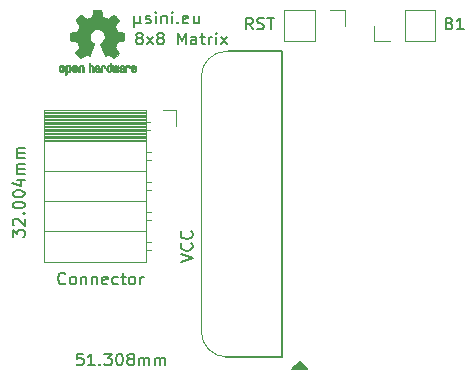
<source format=gbr>
G04 #@! TF.GenerationSoftware,KiCad,Pcbnew,(5.1.2)-2*
G04 #@! TF.CreationDate,2019-08-08T14:41:15+02:00*
G04 #@! TF.ProjectId,esp8266_8x8MatrixLed,65737038-3236-4365-9f38-78384d617472,rev?*
G04 #@! TF.SameCoordinates,Original*
G04 #@! TF.FileFunction,Legend,Top*
G04 #@! TF.FilePolarity,Positive*
%FSLAX46Y46*%
G04 Gerber Fmt 4.6, Leading zero omitted, Abs format (unit mm)*
G04 Created by KiCad (PCBNEW (5.1.2)-2) date 2019-08-08 14:41:15*
%MOMM*%
%LPD*%
G04 APERTURE LIST*
%ADD10C,0.150000*%
%ADD11C,0.120000*%
%ADD12C,0.010000*%
G04 APERTURE END LIST*
D10*
X69913904Y-58888380D02*
X69437714Y-58888380D01*
X69390095Y-59364571D01*
X69437714Y-59316952D01*
X69532952Y-59269333D01*
X69771047Y-59269333D01*
X69866285Y-59316952D01*
X69913904Y-59364571D01*
X69961523Y-59459809D01*
X69961523Y-59697904D01*
X69913904Y-59793142D01*
X69866285Y-59840761D01*
X69771047Y-59888380D01*
X69532952Y-59888380D01*
X69437714Y-59840761D01*
X69390095Y-59793142D01*
X70913904Y-59888380D02*
X70342476Y-59888380D01*
X70628190Y-59888380D02*
X70628190Y-58888380D01*
X70532952Y-59031238D01*
X70437714Y-59126476D01*
X70342476Y-59174095D01*
X71342476Y-59793142D02*
X71390095Y-59840761D01*
X71342476Y-59888380D01*
X71294857Y-59840761D01*
X71342476Y-59793142D01*
X71342476Y-59888380D01*
X71723428Y-58888380D02*
X72342476Y-58888380D01*
X72009142Y-59269333D01*
X72152000Y-59269333D01*
X72247238Y-59316952D01*
X72294857Y-59364571D01*
X72342476Y-59459809D01*
X72342476Y-59697904D01*
X72294857Y-59793142D01*
X72247238Y-59840761D01*
X72152000Y-59888380D01*
X71866285Y-59888380D01*
X71771047Y-59840761D01*
X71723428Y-59793142D01*
X72961523Y-58888380D02*
X73056761Y-58888380D01*
X73152000Y-58936000D01*
X73199619Y-58983619D01*
X73247238Y-59078857D01*
X73294857Y-59269333D01*
X73294857Y-59507428D01*
X73247238Y-59697904D01*
X73199619Y-59793142D01*
X73152000Y-59840761D01*
X73056761Y-59888380D01*
X72961523Y-59888380D01*
X72866285Y-59840761D01*
X72818666Y-59793142D01*
X72771047Y-59697904D01*
X72723428Y-59507428D01*
X72723428Y-59269333D01*
X72771047Y-59078857D01*
X72818666Y-58983619D01*
X72866285Y-58936000D01*
X72961523Y-58888380D01*
X73866285Y-59316952D02*
X73771047Y-59269333D01*
X73723428Y-59221714D01*
X73675809Y-59126476D01*
X73675809Y-59078857D01*
X73723428Y-58983619D01*
X73771047Y-58936000D01*
X73866285Y-58888380D01*
X74056761Y-58888380D01*
X74152000Y-58936000D01*
X74199619Y-58983619D01*
X74247238Y-59078857D01*
X74247238Y-59126476D01*
X74199619Y-59221714D01*
X74152000Y-59269333D01*
X74056761Y-59316952D01*
X73866285Y-59316952D01*
X73771047Y-59364571D01*
X73723428Y-59412190D01*
X73675809Y-59507428D01*
X73675809Y-59697904D01*
X73723428Y-59793142D01*
X73771047Y-59840761D01*
X73866285Y-59888380D01*
X74056761Y-59888380D01*
X74152000Y-59840761D01*
X74199619Y-59793142D01*
X74247238Y-59697904D01*
X74247238Y-59507428D01*
X74199619Y-59412190D01*
X74152000Y-59364571D01*
X74056761Y-59316952D01*
X74675809Y-59888380D02*
X74675809Y-59221714D01*
X74675809Y-59316952D02*
X74723428Y-59269333D01*
X74818666Y-59221714D01*
X74961523Y-59221714D01*
X75056761Y-59269333D01*
X75104380Y-59364571D01*
X75104380Y-59888380D01*
X75104380Y-59364571D02*
X75152000Y-59269333D01*
X75247238Y-59221714D01*
X75390095Y-59221714D01*
X75485333Y-59269333D01*
X75532952Y-59364571D01*
X75532952Y-59888380D01*
X76009142Y-59888380D02*
X76009142Y-59221714D01*
X76009142Y-59316952D02*
X76056761Y-59269333D01*
X76152000Y-59221714D01*
X76294857Y-59221714D01*
X76390095Y-59269333D01*
X76437714Y-59364571D01*
X76437714Y-59888380D01*
X76437714Y-59364571D02*
X76485333Y-59269333D01*
X76580571Y-59221714D01*
X76723428Y-59221714D01*
X76818666Y-59269333D01*
X76866285Y-59364571D01*
X76866285Y-59888380D01*
X63968380Y-49021523D02*
X63968380Y-48402476D01*
X64349333Y-48735809D01*
X64349333Y-48592952D01*
X64396952Y-48497714D01*
X64444571Y-48450095D01*
X64539809Y-48402476D01*
X64777904Y-48402476D01*
X64873142Y-48450095D01*
X64920761Y-48497714D01*
X64968380Y-48592952D01*
X64968380Y-48878666D01*
X64920761Y-48973904D01*
X64873142Y-49021523D01*
X64063619Y-48021523D02*
X64016000Y-47973904D01*
X63968380Y-47878666D01*
X63968380Y-47640571D01*
X64016000Y-47545333D01*
X64063619Y-47497714D01*
X64158857Y-47450095D01*
X64254095Y-47450095D01*
X64396952Y-47497714D01*
X64968380Y-48069142D01*
X64968380Y-47450095D01*
X64873142Y-47021523D02*
X64920761Y-46973904D01*
X64968380Y-47021523D01*
X64920761Y-47069142D01*
X64873142Y-47021523D01*
X64968380Y-47021523D01*
X63968380Y-46354857D02*
X63968380Y-46259619D01*
X64016000Y-46164380D01*
X64063619Y-46116761D01*
X64158857Y-46069142D01*
X64349333Y-46021523D01*
X64587428Y-46021523D01*
X64777904Y-46069142D01*
X64873142Y-46116761D01*
X64920761Y-46164380D01*
X64968380Y-46259619D01*
X64968380Y-46354857D01*
X64920761Y-46450095D01*
X64873142Y-46497714D01*
X64777904Y-46545333D01*
X64587428Y-46592952D01*
X64349333Y-46592952D01*
X64158857Y-46545333D01*
X64063619Y-46497714D01*
X64016000Y-46450095D01*
X63968380Y-46354857D01*
X63968380Y-45402476D02*
X63968380Y-45307238D01*
X64016000Y-45212000D01*
X64063619Y-45164380D01*
X64158857Y-45116761D01*
X64349333Y-45069142D01*
X64587428Y-45069142D01*
X64777904Y-45116761D01*
X64873142Y-45164380D01*
X64920761Y-45212000D01*
X64968380Y-45307238D01*
X64968380Y-45402476D01*
X64920761Y-45497714D01*
X64873142Y-45545333D01*
X64777904Y-45592952D01*
X64587428Y-45640571D01*
X64349333Y-45640571D01*
X64158857Y-45592952D01*
X64063619Y-45545333D01*
X64016000Y-45497714D01*
X63968380Y-45402476D01*
X64301714Y-44212000D02*
X64968380Y-44212000D01*
X63920761Y-44450095D02*
X64635047Y-44688190D01*
X64635047Y-44069142D01*
X64968380Y-43688190D02*
X64301714Y-43688190D01*
X64396952Y-43688190D02*
X64349333Y-43640571D01*
X64301714Y-43545333D01*
X64301714Y-43402476D01*
X64349333Y-43307238D01*
X64444571Y-43259619D01*
X64968380Y-43259619D01*
X64444571Y-43259619D02*
X64349333Y-43212000D01*
X64301714Y-43116761D01*
X64301714Y-42973904D01*
X64349333Y-42878666D01*
X64444571Y-42831047D01*
X64968380Y-42831047D01*
X64968380Y-42354857D02*
X64301714Y-42354857D01*
X64396952Y-42354857D02*
X64349333Y-42307238D01*
X64301714Y-42212000D01*
X64301714Y-42069142D01*
X64349333Y-41973904D01*
X64444571Y-41926285D01*
X64968380Y-41926285D01*
X64444571Y-41926285D02*
X64349333Y-41878666D01*
X64301714Y-41783428D01*
X64301714Y-41640571D01*
X64349333Y-41545333D01*
X64444571Y-41497714D01*
X64968380Y-41497714D01*
X78192380Y-51117333D02*
X79192380Y-50784000D01*
X78192380Y-50450666D01*
X79097142Y-49545904D02*
X79144761Y-49593523D01*
X79192380Y-49736380D01*
X79192380Y-49831619D01*
X79144761Y-49974476D01*
X79049523Y-50069714D01*
X78954285Y-50117333D01*
X78763809Y-50164952D01*
X78620952Y-50164952D01*
X78430476Y-50117333D01*
X78335238Y-50069714D01*
X78240000Y-49974476D01*
X78192380Y-49831619D01*
X78192380Y-49736380D01*
X78240000Y-49593523D01*
X78287619Y-49545904D01*
X79097142Y-48545904D02*
X79144761Y-48593523D01*
X79192380Y-48736380D01*
X79192380Y-48831619D01*
X79144761Y-48974476D01*
X79049523Y-49069714D01*
X78954285Y-49117333D01*
X78763809Y-49164952D01*
X78620952Y-49164952D01*
X78430476Y-49117333D01*
X78335238Y-49069714D01*
X78240000Y-48974476D01*
X78192380Y-48831619D01*
X78192380Y-48736380D01*
X78240000Y-48593523D01*
X78287619Y-48545904D01*
X100941238Y-30916571D02*
X101084095Y-30964190D01*
X101131714Y-31011809D01*
X101179333Y-31107047D01*
X101179333Y-31249904D01*
X101131714Y-31345142D01*
X101084095Y-31392761D01*
X100988857Y-31440380D01*
X100607904Y-31440380D01*
X100607904Y-30440380D01*
X100941238Y-30440380D01*
X101036476Y-30488000D01*
X101084095Y-30535619D01*
X101131714Y-30630857D01*
X101131714Y-30726095D01*
X101084095Y-30821333D01*
X101036476Y-30868952D01*
X100941238Y-30916571D01*
X100607904Y-30916571D01*
X102131714Y-31440380D02*
X101560285Y-31440380D01*
X101846000Y-31440380D02*
X101846000Y-30440380D01*
X101750761Y-30583238D01*
X101655523Y-30678476D01*
X101560285Y-30726095D01*
X84288380Y-31440380D02*
X83955047Y-30964190D01*
X83716952Y-31440380D02*
X83716952Y-30440380D01*
X84097904Y-30440380D01*
X84193142Y-30488000D01*
X84240761Y-30535619D01*
X84288380Y-30630857D01*
X84288380Y-30773714D01*
X84240761Y-30868952D01*
X84193142Y-30916571D01*
X84097904Y-30964190D01*
X83716952Y-30964190D01*
X84669333Y-31392761D02*
X84812190Y-31440380D01*
X85050285Y-31440380D01*
X85145523Y-31392761D01*
X85193142Y-31345142D01*
X85240761Y-31249904D01*
X85240761Y-31154666D01*
X85193142Y-31059428D01*
X85145523Y-31011809D01*
X85050285Y-30964190D01*
X84859809Y-30916571D01*
X84764571Y-30868952D01*
X84716952Y-30821333D01*
X84669333Y-30726095D01*
X84669333Y-30630857D01*
X84716952Y-30535619D01*
X84764571Y-30488000D01*
X84859809Y-30440380D01*
X85097904Y-30440380D01*
X85240761Y-30488000D01*
X85526476Y-30440380D02*
X86097904Y-30440380D01*
X85812190Y-31440380D02*
X85812190Y-30440380D01*
X74612952Y-32138952D02*
X74517714Y-32091333D01*
X74470095Y-32043714D01*
X74422476Y-31948476D01*
X74422476Y-31900857D01*
X74470095Y-31805619D01*
X74517714Y-31758000D01*
X74612952Y-31710380D01*
X74803428Y-31710380D01*
X74898666Y-31758000D01*
X74946285Y-31805619D01*
X74993904Y-31900857D01*
X74993904Y-31948476D01*
X74946285Y-32043714D01*
X74898666Y-32091333D01*
X74803428Y-32138952D01*
X74612952Y-32138952D01*
X74517714Y-32186571D01*
X74470095Y-32234190D01*
X74422476Y-32329428D01*
X74422476Y-32519904D01*
X74470095Y-32615142D01*
X74517714Y-32662761D01*
X74612952Y-32710380D01*
X74803428Y-32710380D01*
X74898666Y-32662761D01*
X74946285Y-32615142D01*
X74993904Y-32519904D01*
X74993904Y-32329428D01*
X74946285Y-32234190D01*
X74898666Y-32186571D01*
X74803428Y-32138952D01*
X75327238Y-32710380D02*
X75851047Y-32043714D01*
X75327238Y-32043714D02*
X75851047Y-32710380D01*
X76374857Y-32138952D02*
X76279619Y-32091333D01*
X76232000Y-32043714D01*
X76184380Y-31948476D01*
X76184380Y-31900857D01*
X76232000Y-31805619D01*
X76279619Y-31758000D01*
X76374857Y-31710380D01*
X76565333Y-31710380D01*
X76660571Y-31758000D01*
X76708190Y-31805619D01*
X76755809Y-31900857D01*
X76755809Y-31948476D01*
X76708190Y-32043714D01*
X76660571Y-32091333D01*
X76565333Y-32138952D01*
X76374857Y-32138952D01*
X76279619Y-32186571D01*
X76232000Y-32234190D01*
X76184380Y-32329428D01*
X76184380Y-32519904D01*
X76232000Y-32615142D01*
X76279619Y-32662761D01*
X76374857Y-32710380D01*
X76565333Y-32710380D01*
X76660571Y-32662761D01*
X76708190Y-32615142D01*
X76755809Y-32519904D01*
X76755809Y-32329428D01*
X76708190Y-32234190D01*
X76660571Y-32186571D01*
X76565333Y-32138952D01*
X77946285Y-32710380D02*
X77946285Y-31710380D01*
X78279619Y-32424666D01*
X78612952Y-31710380D01*
X78612952Y-32710380D01*
X79517714Y-32710380D02*
X79517714Y-32186571D01*
X79470095Y-32091333D01*
X79374857Y-32043714D01*
X79184380Y-32043714D01*
X79089142Y-32091333D01*
X79517714Y-32662761D02*
X79422476Y-32710380D01*
X79184380Y-32710380D01*
X79089142Y-32662761D01*
X79041523Y-32567523D01*
X79041523Y-32472285D01*
X79089142Y-32377047D01*
X79184380Y-32329428D01*
X79422476Y-32329428D01*
X79517714Y-32281809D01*
X79851047Y-32043714D02*
X80232000Y-32043714D01*
X79993904Y-31710380D02*
X79993904Y-32567523D01*
X80041523Y-32662761D01*
X80136761Y-32710380D01*
X80232000Y-32710380D01*
X80565333Y-32710380D02*
X80565333Y-32043714D01*
X80565333Y-32234190D02*
X80612952Y-32138952D01*
X80660571Y-32091333D01*
X80755809Y-32043714D01*
X80851047Y-32043714D01*
X81184380Y-32710380D02*
X81184380Y-32043714D01*
X81184380Y-31710380D02*
X81136761Y-31758000D01*
X81184380Y-31805619D01*
X81232000Y-31758000D01*
X81184380Y-31710380D01*
X81184380Y-31805619D01*
X81565333Y-32710380D02*
X82089142Y-32043714D01*
X81565333Y-32043714D02*
X82089142Y-32710380D01*
X74223904Y-30265714D02*
X74223904Y-31265714D01*
X74700095Y-30789523D02*
X74747714Y-30884761D01*
X74842952Y-30932380D01*
X74223904Y-30789523D02*
X74271523Y-30884761D01*
X74366761Y-30932380D01*
X74557238Y-30932380D01*
X74652476Y-30884761D01*
X74700095Y-30789523D01*
X74700095Y-30265714D01*
X75223904Y-30884761D02*
X75319142Y-30932380D01*
X75509619Y-30932380D01*
X75604857Y-30884761D01*
X75652476Y-30789523D01*
X75652476Y-30741904D01*
X75604857Y-30646666D01*
X75509619Y-30599047D01*
X75366761Y-30599047D01*
X75271523Y-30551428D01*
X75223904Y-30456190D01*
X75223904Y-30408571D01*
X75271523Y-30313333D01*
X75366761Y-30265714D01*
X75509619Y-30265714D01*
X75604857Y-30313333D01*
X76081047Y-30932380D02*
X76081047Y-30265714D01*
X76081047Y-29932380D02*
X76033428Y-29980000D01*
X76081047Y-30027619D01*
X76128666Y-29980000D01*
X76081047Y-29932380D01*
X76081047Y-30027619D01*
X76557238Y-30265714D02*
X76557238Y-30932380D01*
X76557238Y-30360952D02*
X76604857Y-30313333D01*
X76700095Y-30265714D01*
X76842952Y-30265714D01*
X76938190Y-30313333D01*
X76985809Y-30408571D01*
X76985809Y-30932380D01*
X77462000Y-30932380D02*
X77462000Y-30265714D01*
X77462000Y-29932380D02*
X77414380Y-29980000D01*
X77462000Y-30027619D01*
X77509619Y-29980000D01*
X77462000Y-29932380D01*
X77462000Y-30027619D01*
X77938190Y-30837142D02*
X77985809Y-30884761D01*
X77938190Y-30932380D01*
X77890571Y-30884761D01*
X77938190Y-30837142D01*
X77938190Y-30932380D01*
X78795333Y-30884761D02*
X78700095Y-30932380D01*
X78509619Y-30932380D01*
X78414380Y-30884761D01*
X78366761Y-30789523D01*
X78366761Y-30408571D01*
X78414380Y-30313333D01*
X78509619Y-30265714D01*
X78700095Y-30265714D01*
X78795333Y-30313333D01*
X78842952Y-30408571D01*
X78842952Y-30503809D01*
X78366761Y-30599047D01*
X79700095Y-30265714D02*
X79700095Y-30932380D01*
X79271523Y-30265714D02*
X79271523Y-30789523D01*
X79319142Y-30884761D01*
X79414380Y-30932380D01*
X79557238Y-30932380D01*
X79652476Y-30884761D01*
X79700095Y-30837142D01*
D11*
X79925000Y-35428000D02*
G75*
G02X82055000Y-33298000I2130000J0D01*
G01*
X82055000Y-59158000D02*
G75*
G02X79925000Y-57028000I0J2130000D01*
G01*
D10*
G36*
X87630000Y-60198000D02*
G01*
X88900000Y-60198000D01*
X88265000Y-59563000D01*
X87630000Y-60198000D01*
G37*
X87630000Y-60198000D02*
X88900000Y-60198000D01*
X88265000Y-59563000D01*
X87630000Y-60198000D01*
D11*
X79925000Y-35418000D02*
X79925000Y-57028000D01*
D10*
X82169000Y-33274000D02*
X86741000Y-33274000D01*
X82055000Y-59158000D02*
X86741000Y-59182000D01*
X86741000Y-59182000D02*
X86741000Y-33274000D01*
D12*
G36*
X71223910Y-29754348D02*
G01*
X71302454Y-29754778D01*
X71359298Y-29755942D01*
X71398105Y-29758207D01*
X71422538Y-29761940D01*
X71436262Y-29767506D01*
X71442940Y-29775273D01*
X71446236Y-29785605D01*
X71446556Y-29786943D01*
X71451562Y-29811079D01*
X71460829Y-29858701D01*
X71473392Y-29924741D01*
X71488287Y-30004128D01*
X71504551Y-30091796D01*
X71505119Y-30094875D01*
X71521410Y-30180789D01*
X71536652Y-30256696D01*
X71549861Y-30318045D01*
X71560054Y-30360282D01*
X71566248Y-30378855D01*
X71566543Y-30379184D01*
X71584788Y-30388253D01*
X71622405Y-30403367D01*
X71671271Y-30421262D01*
X71671543Y-30421358D01*
X71733093Y-30444493D01*
X71805657Y-30473965D01*
X71874057Y-30503597D01*
X71877294Y-30505062D01*
X71988702Y-30555626D01*
X72235399Y-30387160D01*
X72311077Y-30335803D01*
X72379631Y-30289889D01*
X72437088Y-30252030D01*
X72479476Y-30224837D01*
X72502825Y-30210921D01*
X72505042Y-30209889D01*
X72522010Y-30214484D01*
X72553701Y-30236655D01*
X72601352Y-30277447D01*
X72666198Y-30337905D01*
X72732397Y-30402227D01*
X72796214Y-30465612D01*
X72853329Y-30523451D01*
X72900305Y-30572175D01*
X72933703Y-30608210D01*
X72950085Y-30627984D01*
X72950694Y-30629002D01*
X72952505Y-30642572D01*
X72945683Y-30664733D01*
X72928540Y-30698478D01*
X72899393Y-30746800D01*
X72856555Y-30812692D01*
X72799448Y-30897517D01*
X72748766Y-30972177D01*
X72703461Y-31039140D01*
X72666150Y-31094516D01*
X72639452Y-31134420D01*
X72625985Y-31154962D01*
X72625137Y-31156356D01*
X72626781Y-31176038D01*
X72639245Y-31214293D01*
X72660048Y-31263889D01*
X72667462Y-31279728D01*
X72699814Y-31350290D01*
X72734328Y-31430353D01*
X72762365Y-31499629D01*
X72782568Y-31551045D01*
X72798615Y-31590119D01*
X72807888Y-31610541D01*
X72809041Y-31612114D01*
X72826096Y-31614721D01*
X72866298Y-31621863D01*
X72924302Y-31632523D01*
X72994763Y-31645685D01*
X73072335Y-31660333D01*
X73151672Y-31675449D01*
X73227431Y-31690018D01*
X73294264Y-31703022D01*
X73346828Y-31713445D01*
X73379776Y-31720270D01*
X73387857Y-31722199D01*
X73396205Y-31726962D01*
X73402506Y-31737718D01*
X73407045Y-31758098D01*
X73410104Y-31791734D01*
X73411967Y-31842255D01*
X73412918Y-31913292D01*
X73413240Y-32008476D01*
X73413257Y-32047492D01*
X73413257Y-32364799D01*
X73337057Y-32379839D01*
X73294663Y-32387995D01*
X73231400Y-32399899D01*
X73154962Y-32414116D01*
X73073043Y-32429210D01*
X73050400Y-32433355D01*
X72974806Y-32448053D01*
X72908953Y-32462505D01*
X72858366Y-32475375D01*
X72828574Y-32485322D01*
X72823612Y-32488287D01*
X72811426Y-32509283D01*
X72793953Y-32549967D01*
X72774577Y-32602322D01*
X72770734Y-32613600D01*
X72745339Y-32683523D01*
X72713817Y-32762418D01*
X72682969Y-32833266D01*
X72682817Y-32833595D01*
X72631447Y-32944733D01*
X72800399Y-33193253D01*
X72969352Y-33441772D01*
X72752429Y-33659058D01*
X72686819Y-33723726D01*
X72626979Y-33780733D01*
X72576267Y-33827033D01*
X72538046Y-33859584D01*
X72515675Y-33875343D01*
X72512466Y-33876343D01*
X72493626Y-33868469D01*
X72455180Y-33846578D01*
X72401330Y-33813267D01*
X72336276Y-33771131D01*
X72265940Y-33723943D01*
X72194555Y-33675810D01*
X72130908Y-33633928D01*
X72079041Y-33600871D01*
X72042995Y-33579218D01*
X72026867Y-33571543D01*
X72007189Y-33578037D01*
X71969875Y-33595150D01*
X71922621Y-33619326D01*
X71917612Y-33622013D01*
X71853977Y-33653927D01*
X71810341Y-33669579D01*
X71783202Y-33669745D01*
X71769057Y-33655204D01*
X71768975Y-33655000D01*
X71761905Y-33637779D01*
X71745042Y-33596899D01*
X71719695Y-33535525D01*
X71687171Y-33456819D01*
X71648778Y-33363947D01*
X71605822Y-33260072D01*
X71564222Y-33159502D01*
X71518504Y-33048516D01*
X71476526Y-32945703D01*
X71439548Y-32854215D01*
X71408827Y-32777201D01*
X71385622Y-32717815D01*
X71371190Y-32679209D01*
X71366743Y-32664800D01*
X71377896Y-32648272D01*
X71407069Y-32621930D01*
X71445971Y-32592887D01*
X71556757Y-32501039D01*
X71643351Y-32395759D01*
X71704716Y-32279266D01*
X71739815Y-32153776D01*
X71747608Y-32021507D01*
X71741943Y-31960457D01*
X71711078Y-31833795D01*
X71657920Y-31721941D01*
X71585767Y-31626001D01*
X71497917Y-31547076D01*
X71397665Y-31486270D01*
X71288310Y-31444687D01*
X71173147Y-31423428D01*
X71055475Y-31423599D01*
X70938590Y-31446301D01*
X70825789Y-31492638D01*
X70720369Y-31563713D01*
X70676368Y-31603911D01*
X70591979Y-31707129D01*
X70533222Y-31819925D01*
X70499704Y-31939010D01*
X70491035Y-32061095D01*
X70506823Y-32182893D01*
X70546678Y-32301116D01*
X70610207Y-32412475D01*
X70697021Y-32513684D01*
X70794029Y-32592887D01*
X70834437Y-32623162D01*
X70862982Y-32649219D01*
X70873257Y-32664825D01*
X70867877Y-32681843D01*
X70852575Y-32722500D01*
X70828612Y-32783642D01*
X70797244Y-32862119D01*
X70759732Y-32954780D01*
X70717333Y-33058472D01*
X70675663Y-33159526D01*
X70629690Y-33270607D01*
X70587107Y-33373541D01*
X70549221Y-33465165D01*
X70517340Y-33542316D01*
X70492771Y-33601831D01*
X70476820Y-33640544D01*
X70470910Y-33655000D01*
X70456948Y-33669685D01*
X70429940Y-33669642D01*
X70386413Y-33654099D01*
X70322890Y-33622284D01*
X70322388Y-33622013D01*
X70274560Y-33597323D01*
X70235897Y-33579338D01*
X70214095Y-33571614D01*
X70213133Y-33571543D01*
X70196721Y-33579378D01*
X70160487Y-33601165D01*
X70108474Y-33634328D01*
X70044725Y-33676291D01*
X69974060Y-33723943D01*
X69902116Y-33772191D01*
X69837274Y-33814151D01*
X69783735Y-33847227D01*
X69745697Y-33868821D01*
X69727533Y-33876343D01*
X69710808Y-33866457D01*
X69677180Y-33838826D01*
X69630010Y-33796495D01*
X69572658Y-33742505D01*
X69508484Y-33679899D01*
X69487497Y-33658983D01*
X69270499Y-33441623D01*
X69435668Y-33199220D01*
X69485864Y-33124781D01*
X69529919Y-33057972D01*
X69565362Y-33002665D01*
X69589719Y-32962729D01*
X69600522Y-32942036D01*
X69600838Y-32940563D01*
X69595143Y-32921058D01*
X69579826Y-32881822D01*
X69557537Y-32829430D01*
X69541893Y-32794355D01*
X69512641Y-32727201D01*
X69485094Y-32659358D01*
X69463737Y-32602034D01*
X69457935Y-32584572D01*
X69441452Y-32537938D01*
X69425340Y-32501905D01*
X69416490Y-32488287D01*
X69396960Y-32479952D01*
X69354334Y-32468137D01*
X69294145Y-32454181D01*
X69221922Y-32439422D01*
X69189600Y-32433355D01*
X69107522Y-32418273D01*
X69028795Y-32403669D01*
X68961109Y-32390980D01*
X68912160Y-32381642D01*
X68902943Y-32379839D01*
X68826743Y-32364799D01*
X68826743Y-32047492D01*
X68826914Y-31943154D01*
X68827616Y-31864213D01*
X68829134Y-31807038D01*
X68831749Y-31767999D01*
X68835746Y-31743465D01*
X68841409Y-31729805D01*
X68849020Y-31723389D01*
X68852143Y-31722199D01*
X68870978Y-31717980D01*
X68912588Y-31709562D01*
X68971630Y-31697961D01*
X69042757Y-31684195D01*
X69120625Y-31669280D01*
X69199887Y-31654232D01*
X69275198Y-31640069D01*
X69341213Y-31627806D01*
X69392587Y-31618461D01*
X69423975Y-31613050D01*
X69430959Y-31612114D01*
X69437285Y-31599596D01*
X69451290Y-31566246D01*
X69470355Y-31518377D01*
X69477634Y-31499629D01*
X69506996Y-31427195D01*
X69541571Y-31347170D01*
X69572537Y-31279728D01*
X69595323Y-31228159D01*
X69610482Y-31185785D01*
X69615542Y-31159834D01*
X69614736Y-31156356D01*
X69604041Y-31139936D01*
X69579620Y-31103417D01*
X69544095Y-31050687D01*
X69500087Y-30985635D01*
X69450217Y-30912151D01*
X69440356Y-30897645D01*
X69382492Y-30811704D01*
X69339956Y-30746261D01*
X69311054Y-30698304D01*
X69294090Y-30664820D01*
X69287367Y-30642795D01*
X69289190Y-30629217D01*
X69289236Y-30629131D01*
X69303586Y-30611297D01*
X69335323Y-30576817D01*
X69381010Y-30529268D01*
X69437204Y-30472222D01*
X69500468Y-30409255D01*
X69507602Y-30402227D01*
X69587330Y-30325020D01*
X69648857Y-30268330D01*
X69693421Y-30231110D01*
X69722257Y-30212315D01*
X69734958Y-30209889D01*
X69753494Y-30220471D01*
X69791961Y-30244916D01*
X69846386Y-30280612D01*
X69912798Y-30324947D01*
X69987225Y-30375311D01*
X70004601Y-30387160D01*
X70251297Y-30555626D01*
X70362706Y-30505062D01*
X70430457Y-30475595D01*
X70503183Y-30445959D01*
X70565703Y-30422330D01*
X70568457Y-30421358D01*
X70617360Y-30403457D01*
X70655057Y-30388320D01*
X70673425Y-30379210D01*
X70673456Y-30379184D01*
X70679285Y-30362717D01*
X70689192Y-30322219D01*
X70702195Y-30262242D01*
X70717309Y-30187340D01*
X70733552Y-30102064D01*
X70734881Y-30094875D01*
X70751175Y-30007014D01*
X70766133Y-29927260D01*
X70778791Y-29860681D01*
X70788186Y-29812347D01*
X70793354Y-29787325D01*
X70793444Y-29786943D01*
X70796589Y-29776299D01*
X70802704Y-29768262D01*
X70815453Y-29762467D01*
X70838500Y-29758547D01*
X70875509Y-29756135D01*
X70930144Y-29754865D01*
X71006067Y-29754371D01*
X71106944Y-29754286D01*
X71120000Y-29754286D01*
X71223910Y-29754348D01*
X71223910Y-29754348D01*
G37*
X71223910Y-29754348D02*
X71302454Y-29754778D01*
X71359298Y-29755942D01*
X71398105Y-29758207D01*
X71422538Y-29761940D01*
X71436262Y-29767506D01*
X71442940Y-29775273D01*
X71446236Y-29785605D01*
X71446556Y-29786943D01*
X71451562Y-29811079D01*
X71460829Y-29858701D01*
X71473392Y-29924741D01*
X71488287Y-30004128D01*
X71504551Y-30091796D01*
X71505119Y-30094875D01*
X71521410Y-30180789D01*
X71536652Y-30256696D01*
X71549861Y-30318045D01*
X71560054Y-30360282D01*
X71566248Y-30378855D01*
X71566543Y-30379184D01*
X71584788Y-30388253D01*
X71622405Y-30403367D01*
X71671271Y-30421262D01*
X71671543Y-30421358D01*
X71733093Y-30444493D01*
X71805657Y-30473965D01*
X71874057Y-30503597D01*
X71877294Y-30505062D01*
X71988702Y-30555626D01*
X72235399Y-30387160D01*
X72311077Y-30335803D01*
X72379631Y-30289889D01*
X72437088Y-30252030D01*
X72479476Y-30224837D01*
X72502825Y-30210921D01*
X72505042Y-30209889D01*
X72522010Y-30214484D01*
X72553701Y-30236655D01*
X72601352Y-30277447D01*
X72666198Y-30337905D01*
X72732397Y-30402227D01*
X72796214Y-30465612D01*
X72853329Y-30523451D01*
X72900305Y-30572175D01*
X72933703Y-30608210D01*
X72950085Y-30627984D01*
X72950694Y-30629002D01*
X72952505Y-30642572D01*
X72945683Y-30664733D01*
X72928540Y-30698478D01*
X72899393Y-30746800D01*
X72856555Y-30812692D01*
X72799448Y-30897517D01*
X72748766Y-30972177D01*
X72703461Y-31039140D01*
X72666150Y-31094516D01*
X72639452Y-31134420D01*
X72625985Y-31154962D01*
X72625137Y-31156356D01*
X72626781Y-31176038D01*
X72639245Y-31214293D01*
X72660048Y-31263889D01*
X72667462Y-31279728D01*
X72699814Y-31350290D01*
X72734328Y-31430353D01*
X72762365Y-31499629D01*
X72782568Y-31551045D01*
X72798615Y-31590119D01*
X72807888Y-31610541D01*
X72809041Y-31612114D01*
X72826096Y-31614721D01*
X72866298Y-31621863D01*
X72924302Y-31632523D01*
X72994763Y-31645685D01*
X73072335Y-31660333D01*
X73151672Y-31675449D01*
X73227431Y-31690018D01*
X73294264Y-31703022D01*
X73346828Y-31713445D01*
X73379776Y-31720270D01*
X73387857Y-31722199D01*
X73396205Y-31726962D01*
X73402506Y-31737718D01*
X73407045Y-31758098D01*
X73410104Y-31791734D01*
X73411967Y-31842255D01*
X73412918Y-31913292D01*
X73413240Y-32008476D01*
X73413257Y-32047492D01*
X73413257Y-32364799D01*
X73337057Y-32379839D01*
X73294663Y-32387995D01*
X73231400Y-32399899D01*
X73154962Y-32414116D01*
X73073043Y-32429210D01*
X73050400Y-32433355D01*
X72974806Y-32448053D01*
X72908953Y-32462505D01*
X72858366Y-32475375D01*
X72828574Y-32485322D01*
X72823612Y-32488287D01*
X72811426Y-32509283D01*
X72793953Y-32549967D01*
X72774577Y-32602322D01*
X72770734Y-32613600D01*
X72745339Y-32683523D01*
X72713817Y-32762418D01*
X72682969Y-32833266D01*
X72682817Y-32833595D01*
X72631447Y-32944733D01*
X72800399Y-33193253D01*
X72969352Y-33441772D01*
X72752429Y-33659058D01*
X72686819Y-33723726D01*
X72626979Y-33780733D01*
X72576267Y-33827033D01*
X72538046Y-33859584D01*
X72515675Y-33875343D01*
X72512466Y-33876343D01*
X72493626Y-33868469D01*
X72455180Y-33846578D01*
X72401330Y-33813267D01*
X72336276Y-33771131D01*
X72265940Y-33723943D01*
X72194555Y-33675810D01*
X72130908Y-33633928D01*
X72079041Y-33600871D01*
X72042995Y-33579218D01*
X72026867Y-33571543D01*
X72007189Y-33578037D01*
X71969875Y-33595150D01*
X71922621Y-33619326D01*
X71917612Y-33622013D01*
X71853977Y-33653927D01*
X71810341Y-33669579D01*
X71783202Y-33669745D01*
X71769057Y-33655204D01*
X71768975Y-33655000D01*
X71761905Y-33637779D01*
X71745042Y-33596899D01*
X71719695Y-33535525D01*
X71687171Y-33456819D01*
X71648778Y-33363947D01*
X71605822Y-33260072D01*
X71564222Y-33159502D01*
X71518504Y-33048516D01*
X71476526Y-32945703D01*
X71439548Y-32854215D01*
X71408827Y-32777201D01*
X71385622Y-32717815D01*
X71371190Y-32679209D01*
X71366743Y-32664800D01*
X71377896Y-32648272D01*
X71407069Y-32621930D01*
X71445971Y-32592887D01*
X71556757Y-32501039D01*
X71643351Y-32395759D01*
X71704716Y-32279266D01*
X71739815Y-32153776D01*
X71747608Y-32021507D01*
X71741943Y-31960457D01*
X71711078Y-31833795D01*
X71657920Y-31721941D01*
X71585767Y-31626001D01*
X71497917Y-31547076D01*
X71397665Y-31486270D01*
X71288310Y-31444687D01*
X71173147Y-31423428D01*
X71055475Y-31423599D01*
X70938590Y-31446301D01*
X70825789Y-31492638D01*
X70720369Y-31563713D01*
X70676368Y-31603911D01*
X70591979Y-31707129D01*
X70533222Y-31819925D01*
X70499704Y-31939010D01*
X70491035Y-32061095D01*
X70506823Y-32182893D01*
X70546678Y-32301116D01*
X70610207Y-32412475D01*
X70697021Y-32513684D01*
X70794029Y-32592887D01*
X70834437Y-32623162D01*
X70862982Y-32649219D01*
X70873257Y-32664825D01*
X70867877Y-32681843D01*
X70852575Y-32722500D01*
X70828612Y-32783642D01*
X70797244Y-32862119D01*
X70759732Y-32954780D01*
X70717333Y-33058472D01*
X70675663Y-33159526D01*
X70629690Y-33270607D01*
X70587107Y-33373541D01*
X70549221Y-33465165D01*
X70517340Y-33542316D01*
X70492771Y-33601831D01*
X70476820Y-33640544D01*
X70470910Y-33655000D01*
X70456948Y-33669685D01*
X70429940Y-33669642D01*
X70386413Y-33654099D01*
X70322890Y-33622284D01*
X70322388Y-33622013D01*
X70274560Y-33597323D01*
X70235897Y-33579338D01*
X70214095Y-33571614D01*
X70213133Y-33571543D01*
X70196721Y-33579378D01*
X70160487Y-33601165D01*
X70108474Y-33634328D01*
X70044725Y-33676291D01*
X69974060Y-33723943D01*
X69902116Y-33772191D01*
X69837274Y-33814151D01*
X69783735Y-33847227D01*
X69745697Y-33868821D01*
X69727533Y-33876343D01*
X69710808Y-33866457D01*
X69677180Y-33838826D01*
X69630010Y-33796495D01*
X69572658Y-33742505D01*
X69508484Y-33679899D01*
X69487497Y-33658983D01*
X69270499Y-33441623D01*
X69435668Y-33199220D01*
X69485864Y-33124781D01*
X69529919Y-33057972D01*
X69565362Y-33002665D01*
X69589719Y-32962729D01*
X69600522Y-32942036D01*
X69600838Y-32940563D01*
X69595143Y-32921058D01*
X69579826Y-32881822D01*
X69557537Y-32829430D01*
X69541893Y-32794355D01*
X69512641Y-32727201D01*
X69485094Y-32659358D01*
X69463737Y-32602034D01*
X69457935Y-32584572D01*
X69441452Y-32537938D01*
X69425340Y-32501905D01*
X69416490Y-32488287D01*
X69396960Y-32479952D01*
X69354334Y-32468137D01*
X69294145Y-32454181D01*
X69221922Y-32439422D01*
X69189600Y-32433355D01*
X69107522Y-32418273D01*
X69028795Y-32403669D01*
X68961109Y-32390980D01*
X68912160Y-32381642D01*
X68902943Y-32379839D01*
X68826743Y-32364799D01*
X68826743Y-32047492D01*
X68826914Y-31943154D01*
X68827616Y-31864213D01*
X68829134Y-31807038D01*
X68831749Y-31767999D01*
X68835746Y-31743465D01*
X68841409Y-31729805D01*
X68849020Y-31723389D01*
X68852143Y-31722199D01*
X68870978Y-31717980D01*
X68912588Y-31709562D01*
X68971630Y-31697961D01*
X69042757Y-31684195D01*
X69120625Y-31669280D01*
X69199887Y-31654232D01*
X69275198Y-31640069D01*
X69341213Y-31627806D01*
X69392587Y-31618461D01*
X69423975Y-31613050D01*
X69430959Y-31612114D01*
X69437285Y-31599596D01*
X69451290Y-31566246D01*
X69470355Y-31518377D01*
X69477634Y-31499629D01*
X69506996Y-31427195D01*
X69541571Y-31347170D01*
X69572537Y-31279728D01*
X69595323Y-31228159D01*
X69610482Y-31185785D01*
X69615542Y-31159834D01*
X69614736Y-31156356D01*
X69604041Y-31139936D01*
X69579620Y-31103417D01*
X69544095Y-31050687D01*
X69500087Y-30985635D01*
X69450217Y-30912151D01*
X69440356Y-30897645D01*
X69382492Y-30811704D01*
X69339956Y-30746261D01*
X69311054Y-30698304D01*
X69294090Y-30664820D01*
X69287367Y-30642795D01*
X69289190Y-30629217D01*
X69289236Y-30629131D01*
X69303586Y-30611297D01*
X69335323Y-30576817D01*
X69381010Y-30529268D01*
X69437204Y-30472222D01*
X69500468Y-30409255D01*
X69507602Y-30402227D01*
X69587330Y-30325020D01*
X69648857Y-30268330D01*
X69693421Y-30231110D01*
X69722257Y-30212315D01*
X69734958Y-30209889D01*
X69753494Y-30220471D01*
X69791961Y-30244916D01*
X69846386Y-30280612D01*
X69912798Y-30324947D01*
X69987225Y-30375311D01*
X70004601Y-30387160D01*
X70251297Y-30555626D01*
X70362706Y-30505062D01*
X70430457Y-30475595D01*
X70503183Y-30445959D01*
X70565703Y-30422330D01*
X70568457Y-30421358D01*
X70617360Y-30403457D01*
X70655057Y-30388320D01*
X70673425Y-30379210D01*
X70673456Y-30379184D01*
X70679285Y-30362717D01*
X70689192Y-30322219D01*
X70702195Y-30262242D01*
X70717309Y-30187340D01*
X70733552Y-30102064D01*
X70734881Y-30094875D01*
X70751175Y-30007014D01*
X70766133Y-29927260D01*
X70778791Y-29860681D01*
X70788186Y-29812347D01*
X70793354Y-29787325D01*
X70793444Y-29786943D01*
X70796589Y-29776299D01*
X70802704Y-29768262D01*
X70815453Y-29762467D01*
X70838500Y-29758547D01*
X70875509Y-29756135D01*
X70930144Y-29754865D01*
X71006067Y-29754371D01*
X71106944Y-29754286D01*
X71120000Y-29754286D01*
X71223910Y-29754348D01*
G36*
X74273595Y-34478966D02*
G01*
X74331021Y-34516497D01*
X74358719Y-34550096D01*
X74380662Y-34611064D01*
X74382405Y-34659308D01*
X74378457Y-34723816D01*
X74229686Y-34788934D01*
X74157349Y-34822202D01*
X74110084Y-34848964D01*
X74085507Y-34872144D01*
X74081237Y-34894667D01*
X74094889Y-34919455D01*
X74109943Y-34935886D01*
X74153746Y-34962235D01*
X74201389Y-34964081D01*
X74245145Y-34943546D01*
X74277289Y-34902752D01*
X74283038Y-34888347D01*
X74310576Y-34843356D01*
X74342258Y-34824182D01*
X74385714Y-34807779D01*
X74385714Y-34869966D01*
X74381872Y-34912283D01*
X74366823Y-34947969D01*
X74335280Y-34988943D01*
X74330592Y-34994267D01*
X74295506Y-35030720D01*
X74265347Y-35050283D01*
X74227615Y-35059283D01*
X74196335Y-35062230D01*
X74140385Y-35062965D01*
X74100555Y-35053660D01*
X74075708Y-35039846D01*
X74036656Y-35009467D01*
X74009625Y-34976613D01*
X73992517Y-34935294D01*
X73983238Y-34879521D01*
X73979693Y-34803305D01*
X73979410Y-34764622D01*
X73980372Y-34718247D01*
X74068007Y-34718247D01*
X74069023Y-34743126D01*
X74071556Y-34747200D01*
X74088274Y-34741665D01*
X74124249Y-34727017D01*
X74172331Y-34706190D01*
X74182386Y-34701714D01*
X74243152Y-34670814D01*
X74276632Y-34643657D01*
X74283990Y-34618220D01*
X74266391Y-34592481D01*
X74251856Y-34581109D01*
X74199410Y-34558364D01*
X74150322Y-34562122D01*
X74109227Y-34589884D01*
X74080758Y-34639152D01*
X74071631Y-34678257D01*
X74068007Y-34718247D01*
X73980372Y-34718247D01*
X73981285Y-34674249D01*
X73988196Y-34607384D01*
X74001884Y-34558695D01*
X74024096Y-34522849D01*
X74056574Y-34494513D01*
X74070733Y-34485355D01*
X74135053Y-34461507D01*
X74205473Y-34460006D01*
X74273595Y-34478966D01*
X74273595Y-34478966D01*
G37*
X74273595Y-34478966D02*
X74331021Y-34516497D01*
X74358719Y-34550096D01*
X74380662Y-34611064D01*
X74382405Y-34659308D01*
X74378457Y-34723816D01*
X74229686Y-34788934D01*
X74157349Y-34822202D01*
X74110084Y-34848964D01*
X74085507Y-34872144D01*
X74081237Y-34894667D01*
X74094889Y-34919455D01*
X74109943Y-34935886D01*
X74153746Y-34962235D01*
X74201389Y-34964081D01*
X74245145Y-34943546D01*
X74277289Y-34902752D01*
X74283038Y-34888347D01*
X74310576Y-34843356D01*
X74342258Y-34824182D01*
X74385714Y-34807779D01*
X74385714Y-34869966D01*
X74381872Y-34912283D01*
X74366823Y-34947969D01*
X74335280Y-34988943D01*
X74330592Y-34994267D01*
X74295506Y-35030720D01*
X74265347Y-35050283D01*
X74227615Y-35059283D01*
X74196335Y-35062230D01*
X74140385Y-35062965D01*
X74100555Y-35053660D01*
X74075708Y-35039846D01*
X74036656Y-35009467D01*
X74009625Y-34976613D01*
X73992517Y-34935294D01*
X73983238Y-34879521D01*
X73979693Y-34803305D01*
X73979410Y-34764622D01*
X73980372Y-34718247D01*
X74068007Y-34718247D01*
X74069023Y-34743126D01*
X74071556Y-34747200D01*
X74088274Y-34741665D01*
X74124249Y-34727017D01*
X74172331Y-34706190D01*
X74182386Y-34701714D01*
X74243152Y-34670814D01*
X74276632Y-34643657D01*
X74283990Y-34618220D01*
X74266391Y-34592481D01*
X74251856Y-34581109D01*
X74199410Y-34558364D01*
X74150322Y-34562122D01*
X74109227Y-34589884D01*
X74080758Y-34639152D01*
X74071631Y-34678257D01*
X74068007Y-34718247D01*
X73980372Y-34718247D01*
X73981285Y-34674249D01*
X73988196Y-34607384D01*
X74001884Y-34558695D01*
X74024096Y-34522849D01*
X74056574Y-34494513D01*
X74070733Y-34485355D01*
X74135053Y-34461507D01*
X74205473Y-34460006D01*
X74273595Y-34478966D01*
G36*
X73772600Y-34470752D02*
G01*
X73789948Y-34478334D01*
X73831356Y-34511128D01*
X73866765Y-34558547D01*
X73888664Y-34609151D01*
X73892229Y-34634098D01*
X73880279Y-34668927D01*
X73854067Y-34687357D01*
X73825964Y-34698516D01*
X73813095Y-34700572D01*
X73806829Y-34685649D01*
X73794456Y-34653175D01*
X73789028Y-34638502D01*
X73758590Y-34587744D01*
X73714520Y-34562427D01*
X73658010Y-34563206D01*
X73653825Y-34564203D01*
X73623655Y-34578507D01*
X73601476Y-34606393D01*
X73586327Y-34651287D01*
X73577250Y-34716615D01*
X73573286Y-34805804D01*
X73572914Y-34853261D01*
X73572730Y-34928071D01*
X73571522Y-34979069D01*
X73568309Y-35011471D01*
X73562109Y-35030495D01*
X73551940Y-35041356D01*
X73536819Y-35049272D01*
X73535946Y-35049670D01*
X73506828Y-35061981D01*
X73492403Y-35066514D01*
X73490186Y-35052809D01*
X73488289Y-35014925D01*
X73486847Y-34957715D01*
X73485998Y-34886027D01*
X73485829Y-34833565D01*
X73486692Y-34732047D01*
X73490070Y-34655032D01*
X73497142Y-34598023D01*
X73509088Y-34556526D01*
X73527090Y-34526043D01*
X73552327Y-34502080D01*
X73577247Y-34485355D01*
X73637171Y-34463097D01*
X73706911Y-34458076D01*
X73772600Y-34470752D01*
X73772600Y-34470752D01*
G37*
X73772600Y-34470752D02*
X73789948Y-34478334D01*
X73831356Y-34511128D01*
X73866765Y-34558547D01*
X73888664Y-34609151D01*
X73892229Y-34634098D01*
X73880279Y-34668927D01*
X73854067Y-34687357D01*
X73825964Y-34698516D01*
X73813095Y-34700572D01*
X73806829Y-34685649D01*
X73794456Y-34653175D01*
X73789028Y-34638502D01*
X73758590Y-34587744D01*
X73714520Y-34562427D01*
X73658010Y-34563206D01*
X73653825Y-34564203D01*
X73623655Y-34578507D01*
X73601476Y-34606393D01*
X73586327Y-34651287D01*
X73577250Y-34716615D01*
X73573286Y-34805804D01*
X73572914Y-34853261D01*
X73572730Y-34928071D01*
X73571522Y-34979069D01*
X73568309Y-35011471D01*
X73562109Y-35030495D01*
X73551940Y-35041356D01*
X73536819Y-35049272D01*
X73535946Y-35049670D01*
X73506828Y-35061981D01*
X73492403Y-35066514D01*
X73490186Y-35052809D01*
X73488289Y-35014925D01*
X73486847Y-34957715D01*
X73485998Y-34886027D01*
X73485829Y-34833565D01*
X73486692Y-34732047D01*
X73490070Y-34655032D01*
X73497142Y-34598023D01*
X73509088Y-34556526D01*
X73527090Y-34526043D01*
X73552327Y-34502080D01*
X73577247Y-34485355D01*
X73637171Y-34463097D01*
X73706911Y-34458076D01*
X73772600Y-34470752D01*
G36*
X73264876Y-34468335D02*
G01*
X73306667Y-34487344D01*
X73339469Y-34510378D01*
X73363503Y-34536133D01*
X73380097Y-34569358D01*
X73390577Y-34614800D01*
X73396271Y-34677207D01*
X73398507Y-34761327D01*
X73398743Y-34816721D01*
X73398743Y-35032826D01*
X73361774Y-35049670D01*
X73332656Y-35061981D01*
X73318231Y-35066514D01*
X73315472Y-35053025D01*
X73313282Y-35016653D01*
X73311942Y-34963542D01*
X73311657Y-34921372D01*
X73310434Y-34860447D01*
X73307136Y-34812115D01*
X73302321Y-34782518D01*
X73298496Y-34776229D01*
X73272783Y-34782652D01*
X73232418Y-34799125D01*
X73185679Y-34821458D01*
X73140845Y-34845457D01*
X73106193Y-34866930D01*
X73090002Y-34881685D01*
X73089938Y-34881845D01*
X73091330Y-34909152D01*
X73103818Y-34935219D01*
X73125743Y-34956392D01*
X73157743Y-34963474D01*
X73185092Y-34962649D01*
X73223826Y-34962042D01*
X73244158Y-34971116D01*
X73256369Y-34995092D01*
X73257909Y-34999613D01*
X73263203Y-35033806D01*
X73249047Y-35054568D01*
X73212148Y-35064462D01*
X73172289Y-35066292D01*
X73100562Y-35052727D01*
X73063432Y-35033355D01*
X73017576Y-34987845D01*
X72993256Y-34931983D01*
X72991073Y-34872957D01*
X73011629Y-34817953D01*
X73042549Y-34783486D01*
X73073420Y-34764189D01*
X73121942Y-34739759D01*
X73178485Y-34714985D01*
X73187910Y-34711199D01*
X73250019Y-34683791D01*
X73285822Y-34659634D01*
X73297337Y-34635619D01*
X73286580Y-34608635D01*
X73268114Y-34587543D01*
X73224469Y-34561572D01*
X73176446Y-34559624D01*
X73132406Y-34579637D01*
X73100709Y-34619551D01*
X73096549Y-34629848D01*
X73072327Y-34667724D01*
X73036965Y-34695842D01*
X72992343Y-34718917D01*
X72992343Y-34653485D01*
X72994969Y-34613506D01*
X73006230Y-34581997D01*
X73031199Y-34548378D01*
X73055169Y-34522484D01*
X73092441Y-34485817D01*
X73121401Y-34466121D01*
X73152505Y-34458220D01*
X73187713Y-34456914D01*
X73264876Y-34468335D01*
X73264876Y-34468335D01*
G37*
X73264876Y-34468335D02*
X73306667Y-34487344D01*
X73339469Y-34510378D01*
X73363503Y-34536133D01*
X73380097Y-34569358D01*
X73390577Y-34614800D01*
X73396271Y-34677207D01*
X73398507Y-34761327D01*
X73398743Y-34816721D01*
X73398743Y-35032826D01*
X73361774Y-35049670D01*
X73332656Y-35061981D01*
X73318231Y-35066514D01*
X73315472Y-35053025D01*
X73313282Y-35016653D01*
X73311942Y-34963542D01*
X73311657Y-34921372D01*
X73310434Y-34860447D01*
X73307136Y-34812115D01*
X73302321Y-34782518D01*
X73298496Y-34776229D01*
X73272783Y-34782652D01*
X73232418Y-34799125D01*
X73185679Y-34821458D01*
X73140845Y-34845457D01*
X73106193Y-34866930D01*
X73090002Y-34881685D01*
X73089938Y-34881845D01*
X73091330Y-34909152D01*
X73103818Y-34935219D01*
X73125743Y-34956392D01*
X73157743Y-34963474D01*
X73185092Y-34962649D01*
X73223826Y-34962042D01*
X73244158Y-34971116D01*
X73256369Y-34995092D01*
X73257909Y-34999613D01*
X73263203Y-35033806D01*
X73249047Y-35054568D01*
X73212148Y-35064462D01*
X73172289Y-35066292D01*
X73100562Y-35052727D01*
X73063432Y-35033355D01*
X73017576Y-34987845D01*
X72993256Y-34931983D01*
X72991073Y-34872957D01*
X73011629Y-34817953D01*
X73042549Y-34783486D01*
X73073420Y-34764189D01*
X73121942Y-34739759D01*
X73178485Y-34714985D01*
X73187910Y-34711199D01*
X73250019Y-34683791D01*
X73285822Y-34659634D01*
X73297337Y-34635619D01*
X73286580Y-34608635D01*
X73268114Y-34587543D01*
X73224469Y-34561572D01*
X73176446Y-34559624D01*
X73132406Y-34579637D01*
X73100709Y-34619551D01*
X73096549Y-34629848D01*
X73072327Y-34667724D01*
X73036965Y-34695842D01*
X72992343Y-34718917D01*
X72992343Y-34653485D01*
X72994969Y-34613506D01*
X73006230Y-34581997D01*
X73031199Y-34548378D01*
X73055169Y-34522484D01*
X73092441Y-34485817D01*
X73121401Y-34466121D01*
X73152505Y-34458220D01*
X73187713Y-34456914D01*
X73264876Y-34468335D01*
G36*
X72899833Y-34470663D02*
G01*
X72902048Y-34508850D01*
X72903784Y-34566886D01*
X72904899Y-34640180D01*
X72905257Y-34717055D01*
X72905257Y-34977196D01*
X72859326Y-35023127D01*
X72827675Y-35051429D01*
X72799890Y-35062893D01*
X72761915Y-35062168D01*
X72746840Y-35060321D01*
X72699726Y-35054948D01*
X72660756Y-35051869D01*
X72651257Y-35051585D01*
X72619233Y-35053445D01*
X72573432Y-35058114D01*
X72555674Y-35060321D01*
X72512057Y-35063735D01*
X72482745Y-35056320D01*
X72453680Y-35033427D01*
X72443188Y-35023127D01*
X72397257Y-34977196D01*
X72397257Y-34490602D01*
X72434226Y-34473758D01*
X72466059Y-34461282D01*
X72484683Y-34456914D01*
X72489458Y-34470718D01*
X72493921Y-34509286D01*
X72497775Y-34568356D01*
X72500722Y-34643663D01*
X72502143Y-34707286D01*
X72506114Y-34957657D01*
X72540759Y-34962556D01*
X72572268Y-34959131D01*
X72587708Y-34948041D01*
X72592023Y-34927308D01*
X72595708Y-34883145D01*
X72598469Y-34821146D01*
X72600012Y-34746909D01*
X72600235Y-34708706D01*
X72600457Y-34488783D01*
X72646166Y-34472849D01*
X72678518Y-34462015D01*
X72696115Y-34456962D01*
X72696623Y-34456914D01*
X72698388Y-34470648D01*
X72700329Y-34508730D01*
X72702282Y-34566482D01*
X72704084Y-34639227D01*
X72705343Y-34707286D01*
X72709314Y-34957657D01*
X72796400Y-34957657D01*
X72800396Y-34729240D01*
X72804392Y-34500822D01*
X72846847Y-34478868D01*
X72878192Y-34463793D01*
X72896744Y-34456951D01*
X72897279Y-34456914D01*
X72899833Y-34470663D01*
X72899833Y-34470663D01*
G37*
X72899833Y-34470663D02*
X72902048Y-34508850D01*
X72903784Y-34566886D01*
X72904899Y-34640180D01*
X72905257Y-34717055D01*
X72905257Y-34977196D01*
X72859326Y-35023127D01*
X72827675Y-35051429D01*
X72799890Y-35062893D01*
X72761915Y-35062168D01*
X72746840Y-35060321D01*
X72699726Y-35054948D01*
X72660756Y-35051869D01*
X72651257Y-35051585D01*
X72619233Y-35053445D01*
X72573432Y-35058114D01*
X72555674Y-35060321D01*
X72512057Y-35063735D01*
X72482745Y-35056320D01*
X72453680Y-35033427D01*
X72443188Y-35023127D01*
X72397257Y-34977196D01*
X72397257Y-34490602D01*
X72434226Y-34473758D01*
X72466059Y-34461282D01*
X72484683Y-34456914D01*
X72489458Y-34470718D01*
X72493921Y-34509286D01*
X72497775Y-34568356D01*
X72500722Y-34643663D01*
X72502143Y-34707286D01*
X72506114Y-34957657D01*
X72540759Y-34962556D01*
X72572268Y-34959131D01*
X72587708Y-34948041D01*
X72592023Y-34927308D01*
X72595708Y-34883145D01*
X72598469Y-34821146D01*
X72600012Y-34746909D01*
X72600235Y-34708706D01*
X72600457Y-34488783D01*
X72646166Y-34472849D01*
X72678518Y-34462015D01*
X72696115Y-34456962D01*
X72696623Y-34456914D01*
X72698388Y-34470648D01*
X72700329Y-34508730D01*
X72702282Y-34566482D01*
X72704084Y-34639227D01*
X72705343Y-34707286D01*
X72709314Y-34957657D01*
X72796400Y-34957657D01*
X72800396Y-34729240D01*
X72804392Y-34500822D01*
X72846847Y-34478868D01*
X72878192Y-34463793D01*
X72896744Y-34456951D01*
X72897279Y-34456914D01*
X72899833Y-34470663D01*
G36*
X72310117Y-34577358D02*
G01*
X72309933Y-34685837D01*
X72309219Y-34769287D01*
X72307675Y-34831704D01*
X72305001Y-34877085D01*
X72300894Y-34909429D01*
X72295055Y-34932733D01*
X72287182Y-34950995D01*
X72281221Y-34961418D01*
X72231855Y-35017945D01*
X72169264Y-35053377D01*
X72100013Y-35066090D01*
X72030668Y-35054463D01*
X71989375Y-35033568D01*
X71946025Y-34997422D01*
X71916481Y-34953276D01*
X71898655Y-34895462D01*
X71890463Y-34818313D01*
X71889302Y-34761714D01*
X71889458Y-34757647D01*
X71990857Y-34757647D01*
X71991476Y-34822550D01*
X71994314Y-34865514D01*
X72000840Y-34893622D01*
X72012523Y-34913953D01*
X72026483Y-34929288D01*
X72073365Y-34958890D01*
X72123701Y-34961419D01*
X72171276Y-34936705D01*
X72174979Y-34933356D01*
X72190783Y-34915935D01*
X72200693Y-34895209D01*
X72206058Y-34864362D01*
X72208228Y-34816577D01*
X72208571Y-34763748D01*
X72207827Y-34697381D01*
X72204748Y-34653106D01*
X72198061Y-34624009D01*
X72186496Y-34603173D01*
X72177013Y-34592107D01*
X72132960Y-34564198D01*
X72082224Y-34560843D01*
X72033796Y-34582159D01*
X72024450Y-34590073D01*
X72008540Y-34607647D01*
X71998610Y-34628587D01*
X71993278Y-34659782D01*
X71991163Y-34708122D01*
X71990857Y-34757647D01*
X71889458Y-34757647D01*
X71892810Y-34670568D01*
X71904726Y-34602086D01*
X71927135Y-34550600D01*
X71962124Y-34510443D01*
X71989375Y-34489861D01*
X72038907Y-34467625D01*
X72096316Y-34457304D01*
X72149682Y-34460067D01*
X72179543Y-34471212D01*
X72191261Y-34474383D01*
X72199037Y-34462557D01*
X72204465Y-34430866D01*
X72208571Y-34382593D01*
X72213067Y-34328829D01*
X72219313Y-34296482D01*
X72230676Y-34277985D01*
X72250528Y-34265770D01*
X72263000Y-34260362D01*
X72310171Y-34240601D01*
X72310117Y-34577358D01*
X72310117Y-34577358D01*
G37*
X72310117Y-34577358D02*
X72309933Y-34685837D01*
X72309219Y-34769287D01*
X72307675Y-34831704D01*
X72305001Y-34877085D01*
X72300894Y-34909429D01*
X72295055Y-34932733D01*
X72287182Y-34950995D01*
X72281221Y-34961418D01*
X72231855Y-35017945D01*
X72169264Y-35053377D01*
X72100013Y-35066090D01*
X72030668Y-35054463D01*
X71989375Y-35033568D01*
X71946025Y-34997422D01*
X71916481Y-34953276D01*
X71898655Y-34895462D01*
X71890463Y-34818313D01*
X71889302Y-34761714D01*
X71889458Y-34757647D01*
X71990857Y-34757647D01*
X71991476Y-34822550D01*
X71994314Y-34865514D01*
X72000840Y-34893622D01*
X72012523Y-34913953D01*
X72026483Y-34929288D01*
X72073365Y-34958890D01*
X72123701Y-34961419D01*
X72171276Y-34936705D01*
X72174979Y-34933356D01*
X72190783Y-34915935D01*
X72200693Y-34895209D01*
X72206058Y-34864362D01*
X72208228Y-34816577D01*
X72208571Y-34763748D01*
X72207827Y-34697381D01*
X72204748Y-34653106D01*
X72198061Y-34624009D01*
X72186496Y-34603173D01*
X72177013Y-34592107D01*
X72132960Y-34564198D01*
X72082224Y-34560843D01*
X72033796Y-34582159D01*
X72024450Y-34590073D01*
X72008540Y-34607647D01*
X71998610Y-34628587D01*
X71993278Y-34659782D01*
X71991163Y-34708122D01*
X71990857Y-34757647D01*
X71889458Y-34757647D01*
X71892810Y-34670568D01*
X71904726Y-34602086D01*
X71927135Y-34550600D01*
X71962124Y-34510443D01*
X71989375Y-34489861D01*
X72038907Y-34467625D01*
X72096316Y-34457304D01*
X72149682Y-34460067D01*
X72179543Y-34471212D01*
X72191261Y-34474383D01*
X72199037Y-34462557D01*
X72204465Y-34430866D01*
X72208571Y-34382593D01*
X72213067Y-34328829D01*
X72219313Y-34296482D01*
X72230676Y-34277985D01*
X72250528Y-34265770D01*
X72263000Y-34260362D01*
X72310171Y-34240601D01*
X72310117Y-34577358D01*
G36*
X71649926Y-34461755D02*
G01*
X71715858Y-34486084D01*
X71769273Y-34529117D01*
X71790164Y-34559409D01*
X71812939Y-34614994D01*
X71812466Y-34655186D01*
X71788562Y-34682217D01*
X71779717Y-34686813D01*
X71741530Y-34701144D01*
X71722028Y-34697472D01*
X71715422Y-34673407D01*
X71715086Y-34660114D01*
X71702992Y-34611210D01*
X71671471Y-34576999D01*
X71627659Y-34560476D01*
X71578695Y-34564634D01*
X71538894Y-34586227D01*
X71525450Y-34598544D01*
X71515921Y-34613487D01*
X71509485Y-34636075D01*
X71505317Y-34671328D01*
X71502597Y-34724266D01*
X71500502Y-34799907D01*
X71499960Y-34823857D01*
X71497981Y-34905790D01*
X71495731Y-34963455D01*
X71492357Y-35001608D01*
X71487006Y-35025004D01*
X71478824Y-35038398D01*
X71466959Y-35046545D01*
X71459362Y-35050144D01*
X71427102Y-35062452D01*
X71408111Y-35066514D01*
X71401836Y-35052948D01*
X71398006Y-35011934D01*
X71396600Y-34942999D01*
X71397598Y-34845669D01*
X71397908Y-34830657D01*
X71400101Y-34741859D01*
X71402693Y-34677019D01*
X71406382Y-34631067D01*
X71411864Y-34598935D01*
X71419835Y-34575553D01*
X71430993Y-34555852D01*
X71436830Y-34547410D01*
X71470296Y-34510057D01*
X71507727Y-34481003D01*
X71512309Y-34478467D01*
X71579426Y-34458443D01*
X71649926Y-34461755D01*
X71649926Y-34461755D01*
G37*
X71649926Y-34461755D02*
X71715858Y-34486084D01*
X71769273Y-34529117D01*
X71790164Y-34559409D01*
X71812939Y-34614994D01*
X71812466Y-34655186D01*
X71788562Y-34682217D01*
X71779717Y-34686813D01*
X71741530Y-34701144D01*
X71722028Y-34697472D01*
X71715422Y-34673407D01*
X71715086Y-34660114D01*
X71702992Y-34611210D01*
X71671471Y-34576999D01*
X71627659Y-34560476D01*
X71578695Y-34564634D01*
X71538894Y-34586227D01*
X71525450Y-34598544D01*
X71515921Y-34613487D01*
X71509485Y-34636075D01*
X71505317Y-34671328D01*
X71502597Y-34724266D01*
X71500502Y-34799907D01*
X71499960Y-34823857D01*
X71497981Y-34905790D01*
X71495731Y-34963455D01*
X71492357Y-35001608D01*
X71487006Y-35025004D01*
X71478824Y-35038398D01*
X71466959Y-35046545D01*
X71459362Y-35050144D01*
X71427102Y-35062452D01*
X71408111Y-35066514D01*
X71401836Y-35052948D01*
X71398006Y-35011934D01*
X71396600Y-34942999D01*
X71397598Y-34845669D01*
X71397908Y-34830657D01*
X71400101Y-34741859D01*
X71402693Y-34677019D01*
X71406382Y-34631067D01*
X71411864Y-34598935D01*
X71419835Y-34575553D01*
X71430993Y-34555852D01*
X71436830Y-34547410D01*
X71470296Y-34510057D01*
X71507727Y-34481003D01*
X71512309Y-34478467D01*
X71579426Y-34458443D01*
X71649926Y-34461755D01*
G36*
X71159744Y-34462968D02*
G01*
X71216616Y-34484087D01*
X71217267Y-34484493D01*
X71252440Y-34510380D01*
X71278407Y-34540633D01*
X71296670Y-34580058D01*
X71308732Y-34633462D01*
X71316096Y-34705651D01*
X71320264Y-34801432D01*
X71320629Y-34815078D01*
X71325876Y-35020842D01*
X71281716Y-35043678D01*
X71249763Y-35059110D01*
X71230470Y-35066423D01*
X71229578Y-35066514D01*
X71226239Y-35053022D01*
X71223587Y-35016626D01*
X71221956Y-34963452D01*
X71221600Y-34920393D01*
X71221592Y-34850641D01*
X71218403Y-34806837D01*
X71207288Y-34785944D01*
X71183501Y-34784925D01*
X71142296Y-34800741D01*
X71080086Y-34829815D01*
X71034341Y-34853963D01*
X71010813Y-34874913D01*
X71003896Y-34897747D01*
X71003886Y-34898877D01*
X71015299Y-34938212D01*
X71049092Y-34959462D01*
X71100809Y-34962539D01*
X71138061Y-34962006D01*
X71157703Y-34972735D01*
X71169952Y-34998505D01*
X71177002Y-35031337D01*
X71166842Y-35049966D01*
X71163017Y-35052632D01*
X71127001Y-35063340D01*
X71076566Y-35064856D01*
X71024626Y-35057759D01*
X70987822Y-35044788D01*
X70936938Y-35001585D01*
X70908014Y-34941446D01*
X70902286Y-34894462D01*
X70906657Y-34852082D01*
X70922475Y-34817488D01*
X70953797Y-34786763D01*
X71004678Y-34755990D01*
X71079176Y-34721252D01*
X71083714Y-34719288D01*
X71150821Y-34688287D01*
X71192232Y-34662862D01*
X71209981Y-34640014D01*
X71206107Y-34616745D01*
X71182643Y-34590056D01*
X71175627Y-34583914D01*
X71128630Y-34560100D01*
X71079933Y-34561103D01*
X71037522Y-34584451D01*
X71009384Y-34627675D01*
X71006769Y-34636160D01*
X70981308Y-34677308D01*
X70949001Y-34697128D01*
X70902286Y-34716770D01*
X70902286Y-34665950D01*
X70916496Y-34592082D01*
X70958675Y-34524327D01*
X70980624Y-34501661D01*
X71030517Y-34472569D01*
X71093967Y-34459400D01*
X71159744Y-34462968D01*
X71159744Y-34462968D01*
G37*
X71159744Y-34462968D02*
X71216616Y-34484087D01*
X71217267Y-34484493D01*
X71252440Y-34510380D01*
X71278407Y-34540633D01*
X71296670Y-34580058D01*
X71308732Y-34633462D01*
X71316096Y-34705651D01*
X71320264Y-34801432D01*
X71320629Y-34815078D01*
X71325876Y-35020842D01*
X71281716Y-35043678D01*
X71249763Y-35059110D01*
X71230470Y-35066423D01*
X71229578Y-35066514D01*
X71226239Y-35053022D01*
X71223587Y-35016626D01*
X71221956Y-34963452D01*
X71221600Y-34920393D01*
X71221592Y-34850641D01*
X71218403Y-34806837D01*
X71207288Y-34785944D01*
X71183501Y-34784925D01*
X71142296Y-34800741D01*
X71080086Y-34829815D01*
X71034341Y-34853963D01*
X71010813Y-34874913D01*
X71003896Y-34897747D01*
X71003886Y-34898877D01*
X71015299Y-34938212D01*
X71049092Y-34959462D01*
X71100809Y-34962539D01*
X71138061Y-34962006D01*
X71157703Y-34972735D01*
X71169952Y-34998505D01*
X71177002Y-35031337D01*
X71166842Y-35049966D01*
X71163017Y-35052632D01*
X71127001Y-35063340D01*
X71076566Y-35064856D01*
X71024626Y-35057759D01*
X70987822Y-35044788D01*
X70936938Y-35001585D01*
X70908014Y-34941446D01*
X70902286Y-34894462D01*
X70906657Y-34852082D01*
X70922475Y-34817488D01*
X70953797Y-34786763D01*
X71004678Y-34755990D01*
X71079176Y-34721252D01*
X71083714Y-34719288D01*
X71150821Y-34688287D01*
X71192232Y-34662862D01*
X71209981Y-34640014D01*
X71206107Y-34616745D01*
X71182643Y-34590056D01*
X71175627Y-34583914D01*
X71128630Y-34560100D01*
X71079933Y-34561103D01*
X71037522Y-34584451D01*
X71009384Y-34627675D01*
X71006769Y-34636160D01*
X70981308Y-34677308D01*
X70949001Y-34697128D01*
X70902286Y-34716770D01*
X70902286Y-34665950D01*
X70916496Y-34592082D01*
X70958675Y-34524327D01*
X70980624Y-34501661D01*
X71030517Y-34472569D01*
X71093967Y-34459400D01*
X71159744Y-34462968D01*
G36*
X70495886Y-34363289D02*
G01*
X70500139Y-34422613D01*
X70505025Y-34457572D01*
X70511795Y-34472820D01*
X70521702Y-34473015D01*
X70524914Y-34471195D01*
X70567644Y-34458015D01*
X70623227Y-34458785D01*
X70679737Y-34472333D01*
X70715082Y-34489861D01*
X70751321Y-34517861D01*
X70777813Y-34549549D01*
X70795999Y-34589813D01*
X70807322Y-34643543D01*
X70813222Y-34715626D01*
X70815143Y-34810951D01*
X70815177Y-34829237D01*
X70815200Y-35034646D01*
X70769491Y-35050580D01*
X70737027Y-35061420D01*
X70719215Y-35066468D01*
X70718691Y-35066514D01*
X70716937Y-35052828D01*
X70715444Y-35015076D01*
X70714326Y-34958224D01*
X70713697Y-34887234D01*
X70713600Y-34844073D01*
X70713398Y-34758973D01*
X70712358Y-34697981D01*
X70709831Y-34656177D01*
X70705164Y-34628642D01*
X70697707Y-34610456D01*
X70686811Y-34596698D01*
X70680007Y-34590073D01*
X70633272Y-34563375D01*
X70582272Y-34561375D01*
X70536001Y-34583955D01*
X70527444Y-34592107D01*
X70514893Y-34607436D01*
X70506188Y-34625618D01*
X70500631Y-34651909D01*
X70497526Y-34691562D01*
X70496176Y-34749832D01*
X70495886Y-34830173D01*
X70495886Y-35034646D01*
X70450177Y-35050580D01*
X70417713Y-35061420D01*
X70399901Y-35066468D01*
X70399377Y-35066514D01*
X70398037Y-35052623D01*
X70396828Y-35013439D01*
X70395801Y-34952700D01*
X70395002Y-34874141D01*
X70394481Y-34781498D01*
X70394286Y-34678509D01*
X70394286Y-34281342D01*
X70441457Y-34261444D01*
X70488629Y-34241547D01*
X70495886Y-34363289D01*
X70495886Y-34363289D01*
G37*
X70495886Y-34363289D02*
X70500139Y-34422613D01*
X70505025Y-34457572D01*
X70511795Y-34472820D01*
X70521702Y-34473015D01*
X70524914Y-34471195D01*
X70567644Y-34458015D01*
X70623227Y-34458785D01*
X70679737Y-34472333D01*
X70715082Y-34489861D01*
X70751321Y-34517861D01*
X70777813Y-34549549D01*
X70795999Y-34589813D01*
X70807322Y-34643543D01*
X70813222Y-34715626D01*
X70815143Y-34810951D01*
X70815177Y-34829237D01*
X70815200Y-35034646D01*
X70769491Y-35050580D01*
X70737027Y-35061420D01*
X70719215Y-35066468D01*
X70718691Y-35066514D01*
X70716937Y-35052828D01*
X70715444Y-35015076D01*
X70714326Y-34958224D01*
X70713697Y-34887234D01*
X70713600Y-34844073D01*
X70713398Y-34758973D01*
X70712358Y-34697981D01*
X70709831Y-34656177D01*
X70705164Y-34628642D01*
X70697707Y-34610456D01*
X70686811Y-34596698D01*
X70680007Y-34590073D01*
X70633272Y-34563375D01*
X70582272Y-34561375D01*
X70536001Y-34583955D01*
X70527444Y-34592107D01*
X70514893Y-34607436D01*
X70506188Y-34625618D01*
X70500631Y-34651909D01*
X70497526Y-34691562D01*
X70496176Y-34749832D01*
X70495886Y-34830173D01*
X70495886Y-35034646D01*
X70450177Y-35050580D01*
X70417713Y-35061420D01*
X70399901Y-35066468D01*
X70399377Y-35066514D01*
X70398037Y-35052623D01*
X70396828Y-35013439D01*
X70395801Y-34952700D01*
X70395002Y-34874141D01*
X70394481Y-34781498D01*
X70394286Y-34678509D01*
X70394286Y-34281342D01*
X70441457Y-34261444D01*
X70488629Y-34241547D01*
X70495886Y-34363289D01*
G36*
X69288303Y-34443239D02*
G01*
X69345527Y-34481735D01*
X69389749Y-34537335D01*
X69416167Y-34608086D01*
X69421510Y-34660162D01*
X69420903Y-34681893D01*
X69415822Y-34698531D01*
X69401855Y-34713437D01*
X69374589Y-34729973D01*
X69329612Y-34751498D01*
X69262511Y-34781374D01*
X69262171Y-34781524D01*
X69200407Y-34809813D01*
X69149759Y-34834933D01*
X69115404Y-34854179D01*
X69102518Y-34864848D01*
X69102514Y-34864934D01*
X69113872Y-34888166D01*
X69140431Y-34913774D01*
X69170923Y-34932221D01*
X69186370Y-34935886D01*
X69228515Y-34923212D01*
X69264808Y-34891471D01*
X69282517Y-34856572D01*
X69299552Y-34830845D01*
X69332922Y-34801546D01*
X69372149Y-34776235D01*
X69406756Y-34762471D01*
X69413993Y-34761714D01*
X69422139Y-34774160D01*
X69422630Y-34805972D01*
X69416643Y-34848866D01*
X69405357Y-34894558D01*
X69389950Y-34934761D01*
X69389171Y-34936322D01*
X69342804Y-35001062D01*
X69282711Y-35045097D01*
X69214465Y-35066711D01*
X69143638Y-35064185D01*
X69075804Y-35035804D01*
X69072788Y-35033808D01*
X69019427Y-34985448D01*
X68984340Y-34922352D01*
X68964922Y-34839387D01*
X68962316Y-34816078D01*
X68957701Y-34706055D01*
X68963233Y-34654748D01*
X69102514Y-34654748D01*
X69104324Y-34686753D01*
X69114222Y-34696093D01*
X69138898Y-34689105D01*
X69177795Y-34672587D01*
X69221275Y-34651881D01*
X69222356Y-34651333D01*
X69259209Y-34631949D01*
X69274000Y-34619013D01*
X69270353Y-34605451D01*
X69254995Y-34587632D01*
X69215923Y-34561845D01*
X69173846Y-34559950D01*
X69136103Y-34578717D01*
X69110034Y-34614915D01*
X69102514Y-34654748D01*
X68963233Y-34654748D01*
X68967194Y-34618027D01*
X68991550Y-34548212D01*
X69025456Y-34499302D01*
X69086653Y-34449878D01*
X69154063Y-34425359D01*
X69222880Y-34423797D01*
X69288303Y-34443239D01*
X69288303Y-34443239D01*
G37*
X69288303Y-34443239D02*
X69345527Y-34481735D01*
X69389749Y-34537335D01*
X69416167Y-34608086D01*
X69421510Y-34660162D01*
X69420903Y-34681893D01*
X69415822Y-34698531D01*
X69401855Y-34713437D01*
X69374589Y-34729973D01*
X69329612Y-34751498D01*
X69262511Y-34781374D01*
X69262171Y-34781524D01*
X69200407Y-34809813D01*
X69149759Y-34834933D01*
X69115404Y-34854179D01*
X69102518Y-34864848D01*
X69102514Y-34864934D01*
X69113872Y-34888166D01*
X69140431Y-34913774D01*
X69170923Y-34932221D01*
X69186370Y-34935886D01*
X69228515Y-34923212D01*
X69264808Y-34891471D01*
X69282517Y-34856572D01*
X69299552Y-34830845D01*
X69332922Y-34801546D01*
X69372149Y-34776235D01*
X69406756Y-34762471D01*
X69413993Y-34761714D01*
X69422139Y-34774160D01*
X69422630Y-34805972D01*
X69416643Y-34848866D01*
X69405357Y-34894558D01*
X69389950Y-34934761D01*
X69389171Y-34936322D01*
X69342804Y-35001062D01*
X69282711Y-35045097D01*
X69214465Y-35066711D01*
X69143638Y-35064185D01*
X69075804Y-35035804D01*
X69072788Y-35033808D01*
X69019427Y-34985448D01*
X68984340Y-34922352D01*
X68964922Y-34839387D01*
X68962316Y-34816078D01*
X68957701Y-34706055D01*
X68963233Y-34654748D01*
X69102514Y-34654748D01*
X69104324Y-34686753D01*
X69114222Y-34696093D01*
X69138898Y-34689105D01*
X69177795Y-34672587D01*
X69221275Y-34651881D01*
X69222356Y-34651333D01*
X69259209Y-34631949D01*
X69274000Y-34619013D01*
X69270353Y-34605451D01*
X69254995Y-34587632D01*
X69215923Y-34561845D01*
X69173846Y-34559950D01*
X69136103Y-34578717D01*
X69110034Y-34614915D01*
X69102514Y-34654748D01*
X68963233Y-34654748D01*
X68967194Y-34618027D01*
X68991550Y-34548212D01*
X69025456Y-34499302D01*
X69086653Y-34449878D01*
X69154063Y-34425359D01*
X69222880Y-34423797D01*
X69288303Y-34443239D01*
G36*
X68161115Y-34433962D02*
G01*
X68229145Y-34469733D01*
X68279351Y-34527301D01*
X68297185Y-34564312D01*
X68311063Y-34619882D01*
X68318167Y-34690096D01*
X68318840Y-34766727D01*
X68313427Y-34841552D01*
X68302270Y-34906342D01*
X68285714Y-34952873D01*
X68280626Y-34960887D01*
X68220355Y-35020707D01*
X68148769Y-35056535D01*
X68071092Y-35067020D01*
X67992548Y-35050810D01*
X67970689Y-35041092D01*
X67928122Y-35011143D01*
X67890763Y-34971433D01*
X67887232Y-34966397D01*
X67872881Y-34942124D01*
X67863394Y-34916178D01*
X67857790Y-34882022D01*
X67855086Y-34833119D01*
X67854299Y-34762935D01*
X67854286Y-34747200D01*
X67854322Y-34742192D01*
X67999429Y-34742192D01*
X68000273Y-34808430D01*
X68003596Y-34852386D01*
X68010583Y-34880779D01*
X68022416Y-34900325D01*
X68028457Y-34906857D01*
X68063186Y-34931680D01*
X68096903Y-34930548D01*
X68130995Y-34909016D01*
X68151329Y-34886029D01*
X68163371Y-34852478D01*
X68170134Y-34799569D01*
X68170598Y-34793399D01*
X68171752Y-34697513D01*
X68159688Y-34626299D01*
X68134570Y-34580194D01*
X68096560Y-34559635D01*
X68082992Y-34558514D01*
X68047364Y-34564152D01*
X68022994Y-34583686D01*
X68008093Y-34621042D01*
X68000875Y-34680150D01*
X67999429Y-34742192D01*
X67854322Y-34742192D01*
X67854826Y-34672413D01*
X67857096Y-34620159D01*
X67862068Y-34583949D01*
X67870713Y-34557299D01*
X67884005Y-34533722D01*
X67886943Y-34529338D01*
X67936313Y-34470249D01*
X67990109Y-34435947D01*
X68055602Y-34422331D01*
X68077842Y-34421665D01*
X68161115Y-34433962D01*
X68161115Y-34433962D01*
G37*
X68161115Y-34433962D02*
X68229145Y-34469733D01*
X68279351Y-34527301D01*
X68297185Y-34564312D01*
X68311063Y-34619882D01*
X68318167Y-34690096D01*
X68318840Y-34766727D01*
X68313427Y-34841552D01*
X68302270Y-34906342D01*
X68285714Y-34952873D01*
X68280626Y-34960887D01*
X68220355Y-35020707D01*
X68148769Y-35056535D01*
X68071092Y-35067020D01*
X67992548Y-35050810D01*
X67970689Y-35041092D01*
X67928122Y-35011143D01*
X67890763Y-34971433D01*
X67887232Y-34966397D01*
X67872881Y-34942124D01*
X67863394Y-34916178D01*
X67857790Y-34882022D01*
X67855086Y-34833119D01*
X67854299Y-34762935D01*
X67854286Y-34747200D01*
X67854322Y-34742192D01*
X67999429Y-34742192D01*
X68000273Y-34808430D01*
X68003596Y-34852386D01*
X68010583Y-34880779D01*
X68022416Y-34900325D01*
X68028457Y-34906857D01*
X68063186Y-34931680D01*
X68096903Y-34930548D01*
X68130995Y-34909016D01*
X68151329Y-34886029D01*
X68163371Y-34852478D01*
X68170134Y-34799569D01*
X68170598Y-34793399D01*
X68171752Y-34697513D01*
X68159688Y-34626299D01*
X68134570Y-34580194D01*
X68096560Y-34559635D01*
X68082992Y-34558514D01*
X68047364Y-34564152D01*
X68022994Y-34583686D01*
X68008093Y-34621042D01*
X68000875Y-34680150D01*
X67999429Y-34742192D01*
X67854322Y-34742192D01*
X67854826Y-34672413D01*
X67857096Y-34620159D01*
X67862068Y-34583949D01*
X67870713Y-34557299D01*
X67884005Y-34533722D01*
X67886943Y-34529338D01*
X67936313Y-34470249D01*
X67990109Y-34435947D01*
X68055602Y-34422331D01*
X68077842Y-34421665D01*
X68161115Y-34433962D01*
G36*
X69836093Y-34439780D02*
G01*
X69882672Y-34466723D01*
X69915057Y-34493466D01*
X69938742Y-34521484D01*
X69955059Y-34555748D01*
X69965339Y-34601227D01*
X69970914Y-34662892D01*
X69973116Y-34745711D01*
X69973371Y-34805246D01*
X69973371Y-35024391D01*
X69911686Y-35052044D01*
X69850000Y-35079697D01*
X69842743Y-34839670D01*
X69839744Y-34750028D01*
X69836598Y-34684962D01*
X69832701Y-34640026D01*
X69827447Y-34610770D01*
X69820231Y-34592748D01*
X69810450Y-34581511D01*
X69807312Y-34579079D01*
X69759761Y-34560083D01*
X69711697Y-34567600D01*
X69683086Y-34587543D01*
X69671447Y-34601675D01*
X69663391Y-34620220D01*
X69658271Y-34648334D01*
X69655441Y-34691173D01*
X69654256Y-34753895D01*
X69654057Y-34819261D01*
X69654018Y-34901268D01*
X69652614Y-34959316D01*
X69647914Y-34998465D01*
X69637987Y-35023780D01*
X69620903Y-35040323D01*
X69594732Y-35053156D01*
X69559775Y-35066491D01*
X69521596Y-35081007D01*
X69526141Y-34823389D01*
X69527971Y-34730519D01*
X69530112Y-34661889D01*
X69533181Y-34612711D01*
X69537794Y-34578198D01*
X69544568Y-34553562D01*
X69554119Y-34534016D01*
X69565634Y-34516770D01*
X69621190Y-34461680D01*
X69688980Y-34429822D01*
X69762713Y-34422191D01*
X69836093Y-34439780D01*
X69836093Y-34439780D01*
G37*
X69836093Y-34439780D02*
X69882672Y-34466723D01*
X69915057Y-34493466D01*
X69938742Y-34521484D01*
X69955059Y-34555748D01*
X69965339Y-34601227D01*
X69970914Y-34662892D01*
X69973116Y-34745711D01*
X69973371Y-34805246D01*
X69973371Y-35024391D01*
X69911686Y-35052044D01*
X69850000Y-35079697D01*
X69842743Y-34839670D01*
X69839744Y-34750028D01*
X69836598Y-34684962D01*
X69832701Y-34640026D01*
X69827447Y-34610770D01*
X69820231Y-34592748D01*
X69810450Y-34581511D01*
X69807312Y-34579079D01*
X69759761Y-34560083D01*
X69711697Y-34567600D01*
X69683086Y-34587543D01*
X69671447Y-34601675D01*
X69663391Y-34620220D01*
X69658271Y-34648334D01*
X69655441Y-34691173D01*
X69654256Y-34753895D01*
X69654057Y-34819261D01*
X69654018Y-34901268D01*
X69652614Y-34959316D01*
X69647914Y-34998465D01*
X69637987Y-35023780D01*
X69620903Y-35040323D01*
X69594732Y-35053156D01*
X69559775Y-35066491D01*
X69521596Y-35081007D01*
X69526141Y-34823389D01*
X69527971Y-34730519D01*
X69530112Y-34661889D01*
X69533181Y-34612711D01*
X69537794Y-34578198D01*
X69544568Y-34553562D01*
X69554119Y-34534016D01*
X69565634Y-34516770D01*
X69621190Y-34461680D01*
X69688980Y-34429822D01*
X69762713Y-34422191D01*
X69836093Y-34439780D01*
G36*
X68719744Y-34431918D02*
G01*
X68775201Y-34459568D01*
X68824148Y-34510480D01*
X68837629Y-34529338D01*
X68852314Y-34554015D01*
X68861842Y-34580816D01*
X68867293Y-34616587D01*
X68869747Y-34668169D01*
X68870286Y-34736267D01*
X68867852Y-34829588D01*
X68859394Y-34899657D01*
X68843174Y-34951931D01*
X68817454Y-34991869D01*
X68780497Y-35024929D01*
X68777782Y-35026886D01*
X68741360Y-35046908D01*
X68697502Y-35056815D01*
X68641724Y-35059257D01*
X68551048Y-35059257D01*
X68551010Y-35147283D01*
X68550166Y-35196308D01*
X68545024Y-35225065D01*
X68531587Y-35242311D01*
X68505858Y-35256808D01*
X68499679Y-35259769D01*
X68470764Y-35273648D01*
X68448376Y-35282414D01*
X68431729Y-35283171D01*
X68420036Y-35273023D01*
X68412510Y-35249073D01*
X68408366Y-35208426D01*
X68406815Y-35148186D01*
X68407071Y-35065455D01*
X68408349Y-34957339D01*
X68408748Y-34925000D01*
X68410185Y-34813524D01*
X68411472Y-34740603D01*
X68550971Y-34740603D01*
X68551755Y-34802499D01*
X68555240Y-34842997D01*
X68563124Y-34869708D01*
X68577105Y-34890244D01*
X68586597Y-34900260D01*
X68625404Y-34929567D01*
X68659763Y-34931952D01*
X68695216Y-34907750D01*
X68696114Y-34906857D01*
X68710539Y-34888153D01*
X68719313Y-34862732D01*
X68723739Y-34823584D01*
X68725118Y-34763697D01*
X68725143Y-34750430D01*
X68721812Y-34667901D01*
X68710969Y-34610691D01*
X68691340Y-34575766D01*
X68661650Y-34560094D01*
X68644491Y-34558514D01*
X68603766Y-34565926D01*
X68575832Y-34590330D01*
X68559017Y-34634980D01*
X68551650Y-34703130D01*
X68550971Y-34740603D01*
X68411472Y-34740603D01*
X68411708Y-34727245D01*
X68413677Y-34662333D01*
X68416450Y-34614958D01*
X68420388Y-34581290D01*
X68425849Y-34557498D01*
X68433192Y-34539753D01*
X68442777Y-34524224D01*
X68446887Y-34518381D01*
X68501405Y-34463185D01*
X68570336Y-34431890D01*
X68650072Y-34423165D01*
X68719744Y-34431918D01*
X68719744Y-34431918D01*
G37*
X68719744Y-34431918D02*
X68775201Y-34459568D01*
X68824148Y-34510480D01*
X68837629Y-34529338D01*
X68852314Y-34554015D01*
X68861842Y-34580816D01*
X68867293Y-34616587D01*
X68869747Y-34668169D01*
X68870286Y-34736267D01*
X68867852Y-34829588D01*
X68859394Y-34899657D01*
X68843174Y-34951931D01*
X68817454Y-34991869D01*
X68780497Y-35024929D01*
X68777782Y-35026886D01*
X68741360Y-35046908D01*
X68697502Y-35056815D01*
X68641724Y-35059257D01*
X68551048Y-35059257D01*
X68551010Y-35147283D01*
X68550166Y-35196308D01*
X68545024Y-35225065D01*
X68531587Y-35242311D01*
X68505858Y-35256808D01*
X68499679Y-35259769D01*
X68470764Y-35273648D01*
X68448376Y-35282414D01*
X68431729Y-35283171D01*
X68420036Y-35273023D01*
X68412510Y-35249073D01*
X68408366Y-35208426D01*
X68406815Y-35148186D01*
X68407071Y-35065455D01*
X68408349Y-34957339D01*
X68408748Y-34925000D01*
X68410185Y-34813524D01*
X68411472Y-34740603D01*
X68550971Y-34740603D01*
X68551755Y-34802499D01*
X68555240Y-34842997D01*
X68563124Y-34869708D01*
X68577105Y-34890244D01*
X68586597Y-34900260D01*
X68625404Y-34929567D01*
X68659763Y-34931952D01*
X68695216Y-34907750D01*
X68696114Y-34906857D01*
X68710539Y-34888153D01*
X68719313Y-34862732D01*
X68723739Y-34823584D01*
X68725118Y-34763697D01*
X68725143Y-34750430D01*
X68721812Y-34667901D01*
X68710969Y-34610691D01*
X68691340Y-34575766D01*
X68661650Y-34560094D01*
X68644491Y-34558514D01*
X68603766Y-34565926D01*
X68575832Y-34590330D01*
X68559017Y-34634980D01*
X68551650Y-34703130D01*
X68550971Y-34740603D01*
X68411472Y-34740603D01*
X68411708Y-34727245D01*
X68413677Y-34662333D01*
X68416450Y-34614958D01*
X68420388Y-34581290D01*
X68425849Y-34557498D01*
X68433192Y-34539753D01*
X68442777Y-34524224D01*
X68446887Y-34518381D01*
X68501405Y-34463185D01*
X68570336Y-34431890D01*
X68650072Y-34423165D01*
X68719744Y-34431918D01*
D11*
X76708000Y-38294000D02*
X77818000Y-38294000D01*
X77818000Y-38294000D02*
X77818000Y-39624000D01*
X66618000Y-38294000D02*
X66618000Y-51114000D01*
X66618000Y-51114000D02*
X75248000Y-51114000D01*
X75248000Y-38294000D02*
X75248000Y-51114000D01*
X66618000Y-38294000D02*
X75248000Y-38294000D01*
X66618000Y-48514000D02*
X75248000Y-48514000D01*
X66618000Y-45974000D02*
X75248000Y-45974000D01*
X66618000Y-43434000D02*
X75248000Y-43434000D01*
X66618000Y-40894000D02*
X75248000Y-40894000D01*
X75248000Y-50144000D02*
X75658000Y-50144000D01*
X75248000Y-49424000D02*
X75658000Y-49424000D01*
X75248000Y-47604000D02*
X75658000Y-47604000D01*
X75248000Y-46884000D02*
X75658000Y-46884000D01*
X75248000Y-45064000D02*
X75658000Y-45064000D01*
X75248000Y-44344000D02*
X75658000Y-44344000D01*
X75248000Y-42524000D02*
X75658000Y-42524000D01*
X75248000Y-41804000D02*
X75658000Y-41804000D01*
X75248000Y-39984000D02*
X75598000Y-39984000D01*
X75248000Y-39264000D02*
X75598000Y-39264000D01*
X66618000Y-40775900D02*
X75248000Y-40775900D01*
X66618000Y-40657805D02*
X75248000Y-40657805D01*
X66618000Y-40539710D02*
X75248000Y-40539710D01*
X66618000Y-40421615D02*
X75248000Y-40421615D01*
X66618000Y-40303520D02*
X75248000Y-40303520D01*
X66618000Y-40185425D02*
X75248000Y-40185425D01*
X66618000Y-40067330D02*
X75248000Y-40067330D01*
X66618000Y-39949235D02*
X75248000Y-39949235D01*
X66618000Y-39831140D02*
X75248000Y-39831140D01*
X66618000Y-39713045D02*
X75248000Y-39713045D01*
X66618000Y-39594950D02*
X75248000Y-39594950D01*
X66618000Y-39476855D02*
X75248000Y-39476855D01*
X66618000Y-39358760D02*
X75248000Y-39358760D01*
X66618000Y-39240665D02*
X75248000Y-39240665D01*
X66618000Y-39122570D02*
X75248000Y-39122570D01*
X66618000Y-39004475D02*
X75248000Y-39004475D01*
X66618000Y-38886380D02*
X75248000Y-38886380D01*
X66618000Y-38768285D02*
X75248000Y-38768285D01*
X66618000Y-38650190D02*
X75248000Y-38650190D01*
X66618000Y-38532095D02*
X75248000Y-38532095D01*
X66618000Y-38414000D02*
X75248000Y-38414000D01*
X94555000Y-32445000D02*
X94555000Y-31115000D01*
X95885000Y-32445000D02*
X94555000Y-32445000D01*
X97155000Y-32445000D02*
X97155000Y-29785000D01*
X97155000Y-29785000D02*
X99755000Y-29785000D01*
X97155000Y-32445000D02*
X99755000Y-32445000D01*
X99755000Y-32445000D02*
X99755000Y-29785000D01*
X92135000Y-29785000D02*
X92135000Y-31115000D01*
X90805000Y-29785000D02*
X92135000Y-29785000D01*
X89535000Y-29785000D02*
X89535000Y-32445000D01*
X89535000Y-32445000D02*
X86935000Y-32445000D01*
X89535000Y-29785000D02*
X86935000Y-29785000D01*
X86935000Y-29785000D02*
X86935000Y-32445000D01*
D10*
X68421619Y-52935142D02*
X68374000Y-52982761D01*
X68231142Y-53030380D01*
X68135904Y-53030380D01*
X67993047Y-52982761D01*
X67897809Y-52887523D01*
X67850190Y-52792285D01*
X67802571Y-52601809D01*
X67802571Y-52458952D01*
X67850190Y-52268476D01*
X67897809Y-52173238D01*
X67993047Y-52078000D01*
X68135904Y-52030380D01*
X68231142Y-52030380D01*
X68374000Y-52078000D01*
X68421619Y-52125619D01*
X68993047Y-53030380D02*
X68897809Y-52982761D01*
X68850190Y-52935142D01*
X68802571Y-52839904D01*
X68802571Y-52554190D01*
X68850190Y-52458952D01*
X68897809Y-52411333D01*
X68993047Y-52363714D01*
X69135904Y-52363714D01*
X69231142Y-52411333D01*
X69278761Y-52458952D01*
X69326380Y-52554190D01*
X69326380Y-52839904D01*
X69278761Y-52935142D01*
X69231142Y-52982761D01*
X69135904Y-53030380D01*
X68993047Y-53030380D01*
X69754952Y-52363714D02*
X69754952Y-53030380D01*
X69754952Y-52458952D02*
X69802571Y-52411333D01*
X69897809Y-52363714D01*
X70040666Y-52363714D01*
X70135904Y-52411333D01*
X70183523Y-52506571D01*
X70183523Y-53030380D01*
X70659714Y-52363714D02*
X70659714Y-53030380D01*
X70659714Y-52458952D02*
X70707333Y-52411333D01*
X70802571Y-52363714D01*
X70945428Y-52363714D01*
X71040666Y-52411333D01*
X71088285Y-52506571D01*
X71088285Y-53030380D01*
X71945428Y-52982761D02*
X71850190Y-53030380D01*
X71659714Y-53030380D01*
X71564476Y-52982761D01*
X71516857Y-52887523D01*
X71516857Y-52506571D01*
X71564476Y-52411333D01*
X71659714Y-52363714D01*
X71850190Y-52363714D01*
X71945428Y-52411333D01*
X71993047Y-52506571D01*
X71993047Y-52601809D01*
X71516857Y-52697047D01*
X72850190Y-52982761D02*
X72754952Y-53030380D01*
X72564476Y-53030380D01*
X72469238Y-52982761D01*
X72421619Y-52935142D01*
X72374000Y-52839904D01*
X72374000Y-52554190D01*
X72421619Y-52458952D01*
X72469238Y-52411333D01*
X72564476Y-52363714D01*
X72754952Y-52363714D01*
X72850190Y-52411333D01*
X73135904Y-52363714D02*
X73516857Y-52363714D01*
X73278761Y-52030380D02*
X73278761Y-52887523D01*
X73326380Y-52982761D01*
X73421619Y-53030380D01*
X73516857Y-53030380D01*
X73993047Y-53030380D02*
X73897809Y-52982761D01*
X73850190Y-52935142D01*
X73802571Y-52839904D01*
X73802571Y-52554190D01*
X73850190Y-52458952D01*
X73897809Y-52411333D01*
X73993047Y-52363714D01*
X74135904Y-52363714D01*
X74231142Y-52411333D01*
X74278761Y-52458952D01*
X74326380Y-52554190D01*
X74326380Y-52839904D01*
X74278761Y-52935142D01*
X74231142Y-52982761D01*
X74135904Y-53030380D01*
X73993047Y-53030380D01*
X74754952Y-53030380D02*
X74754952Y-52363714D01*
X74754952Y-52554190D02*
X74802571Y-52458952D01*
X74850190Y-52411333D01*
X74945428Y-52363714D01*
X75040666Y-52363714D01*
M02*

</source>
